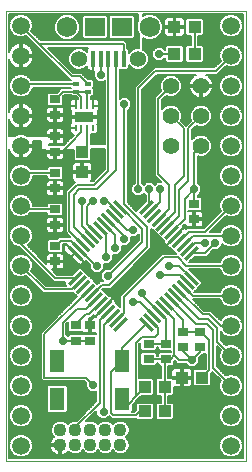
<source format=gtl>
G75*
%MOIN*%
%OFA0B0*%
%FSLAX25Y25*%
%IPPOS*%
%LPD*%
%AMOC8*
5,1,8,0,0,1.08239X$1,22.5*
%
%ADD10C,0.00000*%
%ADD11R,0.01181X0.05906*%
%ADD12R,0.05906X0.01181*%
%ADD13R,0.04331X0.03937*%
%ADD14R,0.05118X0.07480*%
%ADD15R,0.03543X0.02756*%
%ADD16R,0.01575X0.05315*%
%ADD17C,0.05346*%
%ADD18R,0.06890X0.06102*%
%ADD19C,0.06791*%
%ADD20C,0.04362*%
%ADD21C,0.05543*%
%ADD22C,0.05937*%
%ADD23R,0.01102X0.01969*%
%ADD24R,0.06299X0.03543*%
%ADD25R,0.03937X0.04331*%
%ADD26R,0.02165X0.01181*%
%ADD27C,0.00600*%
%ADD28C,0.02900*%
D10*
X0005100Y0005400D02*
X0005100Y0155361D01*
X0085000Y0155361D01*
X0085100Y0005400D01*
X0005100Y0005400D01*
D11*
G36*
X0030618Y0072906D02*
X0029783Y0072071D01*
X0025608Y0076246D01*
X0026443Y0077081D01*
X0030618Y0072906D01*
G37*
G36*
X0032010Y0074298D02*
X0031175Y0073463D01*
X0027000Y0077638D01*
X0027835Y0078473D01*
X0032010Y0074298D01*
G37*
G36*
X0033402Y0075690D02*
X0032567Y0074855D01*
X0028392Y0079030D01*
X0029227Y0079865D01*
X0033402Y0075690D01*
G37*
G36*
X0034794Y0077082D02*
X0033959Y0076247D01*
X0029784Y0080422D01*
X0030619Y0081257D01*
X0034794Y0077082D01*
G37*
G36*
X0036186Y0078474D02*
X0035351Y0077639D01*
X0031176Y0081814D01*
X0032011Y0082649D01*
X0036186Y0078474D01*
G37*
G36*
X0037578Y0079866D02*
X0036743Y0079031D01*
X0032568Y0083206D01*
X0033403Y0084041D01*
X0037578Y0079866D01*
G37*
G36*
X0038969Y0081257D02*
X0038134Y0080422D01*
X0033959Y0084597D01*
X0034794Y0085432D01*
X0038969Y0081257D01*
G37*
G36*
X0040361Y0082649D02*
X0039526Y0081814D01*
X0035351Y0085989D01*
X0036186Y0086824D01*
X0040361Y0082649D01*
G37*
G36*
X0041753Y0084041D02*
X0040918Y0083206D01*
X0036743Y0087381D01*
X0037578Y0088216D01*
X0041753Y0084041D01*
G37*
G36*
X0043145Y0085433D02*
X0042310Y0084598D01*
X0038135Y0088773D01*
X0038970Y0089608D01*
X0043145Y0085433D01*
G37*
G36*
X0044537Y0086825D02*
X0043702Y0085990D01*
X0039527Y0090165D01*
X0040362Y0091000D01*
X0044537Y0086825D01*
G37*
G36*
X0045929Y0088217D02*
X0045094Y0087382D01*
X0040919Y0091557D01*
X0041754Y0092392D01*
X0045929Y0088217D01*
G37*
G36*
X0064024Y0058986D02*
X0063189Y0058151D01*
X0059014Y0062326D01*
X0059849Y0063161D01*
X0064024Y0058986D01*
G37*
G36*
X0065416Y0060378D02*
X0064581Y0059543D01*
X0060406Y0063718D01*
X0061241Y0064553D01*
X0065416Y0060378D01*
G37*
G36*
X0066808Y0061770D02*
X0065973Y0060935D01*
X0061798Y0065110D01*
X0062633Y0065945D01*
X0066808Y0061770D01*
G37*
G36*
X0068200Y0063162D02*
X0067365Y0062327D01*
X0063190Y0066502D01*
X0064025Y0067337D01*
X0068200Y0063162D01*
G37*
G36*
X0069592Y0064554D02*
X0068757Y0063719D01*
X0064582Y0067894D01*
X0065417Y0068729D01*
X0069592Y0064554D01*
G37*
G36*
X0062632Y0057594D02*
X0061797Y0056759D01*
X0057622Y0060934D01*
X0058457Y0061769D01*
X0062632Y0057594D01*
G37*
G36*
X0061241Y0056203D02*
X0060406Y0055368D01*
X0056231Y0059543D01*
X0057066Y0060378D01*
X0061241Y0056203D01*
G37*
G36*
X0059849Y0054811D02*
X0059014Y0053976D01*
X0054839Y0058151D01*
X0055674Y0058986D01*
X0059849Y0054811D01*
G37*
G36*
X0058457Y0053419D02*
X0057622Y0052584D01*
X0053447Y0056759D01*
X0054282Y0057594D01*
X0058457Y0053419D01*
G37*
G36*
X0057065Y0052027D02*
X0056230Y0051192D01*
X0052055Y0055367D01*
X0052890Y0056202D01*
X0057065Y0052027D01*
G37*
G36*
X0055673Y0050635D02*
X0054838Y0049800D01*
X0050663Y0053975D01*
X0051498Y0054810D01*
X0055673Y0050635D01*
G37*
G36*
X0054281Y0049243D02*
X0053446Y0048408D01*
X0049271Y0052583D01*
X0050106Y0053418D01*
X0054281Y0049243D01*
G37*
D12*
G36*
X0045929Y0052583D02*
X0041754Y0048408D01*
X0040919Y0049243D01*
X0045094Y0053418D01*
X0045929Y0052583D01*
G37*
G36*
X0044537Y0053975D02*
X0040362Y0049800D01*
X0039527Y0050635D01*
X0043702Y0054810D01*
X0044537Y0053975D01*
G37*
G36*
X0043145Y0055367D02*
X0038970Y0051192D01*
X0038135Y0052027D01*
X0042310Y0056202D01*
X0043145Y0055367D01*
G37*
G36*
X0041753Y0056759D02*
X0037578Y0052584D01*
X0036743Y0053419D01*
X0040918Y0057594D01*
X0041753Y0056759D01*
G37*
G36*
X0040361Y0058151D02*
X0036186Y0053976D01*
X0035351Y0054811D01*
X0039526Y0058986D01*
X0040361Y0058151D01*
G37*
G36*
X0038969Y0059543D02*
X0034794Y0055368D01*
X0033959Y0056203D01*
X0038134Y0060378D01*
X0038969Y0059543D01*
G37*
G36*
X0037578Y0060934D02*
X0033403Y0056759D01*
X0032568Y0057594D01*
X0036743Y0061769D01*
X0037578Y0060934D01*
G37*
G36*
X0036186Y0062326D02*
X0032011Y0058151D01*
X0031176Y0058986D01*
X0035351Y0063161D01*
X0036186Y0062326D01*
G37*
G36*
X0034794Y0063718D02*
X0030619Y0059543D01*
X0029784Y0060378D01*
X0033959Y0064553D01*
X0034794Y0063718D01*
G37*
G36*
X0033402Y0065110D02*
X0029227Y0060935D01*
X0028392Y0061770D01*
X0032567Y0065945D01*
X0033402Y0065110D01*
G37*
G36*
X0032010Y0066502D02*
X0027835Y0062327D01*
X0027000Y0063162D01*
X0031175Y0067337D01*
X0032010Y0066502D01*
G37*
G36*
X0030618Y0067894D02*
X0026443Y0063719D01*
X0025608Y0064554D01*
X0029783Y0068729D01*
X0030618Y0067894D01*
G37*
G36*
X0054281Y0091557D02*
X0050106Y0087382D01*
X0049271Y0088217D01*
X0053446Y0092392D01*
X0054281Y0091557D01*
G37*
G36*
X0055673Y0090165D02*
X0051498Y0085990D01*
X0050663Y0086825D01*
X0054838Y0091000D01*
X0055673Y0090165D01*
G37*
G36*
X0057065Y0088773D02*
X0052890Y0084598D01*
X0052055Y0085433D01*
X0056230Y0089608D01*
X0057065Y0088773D01*
G37*
G36*
X0058457Y0087381D02*
X0054282Y0083206D01*
X0053447Y0084041D01*
X0057622Y0088216D01*
X0058457Y0087381D01*
G37*
G36*
X0059849Y0085989D02*
X0055674Y0081814D01*
X0054839Y0082649D01*
X0059014Y0086824D01*
X0059849Y0085989D01*
G37*
G36*
X0061241Y0084597D02*
X0057066Y0080422D01*
X0056231Y0081257D01*
X0060406Y0085432D01*
X0061241Y0084597D01*
G37*
G36*
X0062632Y0083206D02*
X0058457Y0079031D01*
X0057622Y0079866D01*
X0061797Y0084041D01*
X0062632Y0083206D01*
G37*
G36*
X0064024Y0081814D02*
X0059849Y0077639D01*
X0059014Y0078474D01*
X0063189Y0082649D01*
X0064024Y0081814D01*
G37*
G36*
X0065416Y0080422D02*
X0061241Y0076247D01*
X0060406Y0077082D01*
X0064581Y0081257D01*
X0065416Y0080422D01*
G37*
G36*
X0066808Y0079030D02*
X0062633Y0074855D01*
X0061798Y0075690D01*
X0065973Y0079865D01*
X0066808Y0079030D01*
G37*
G36*
X0068200Y0077638D02*
X0064025Y0073463D01*
X0063190Y0074298D01*
X0067365Y0078473D01*
X0068200Y0077638D01*
G37*
G36*
X0069592Y0076246D02*
X0065417Y0072071D01*
X0064582Y0072906D01*
X0068757Y0077081D01*
X0069592Y0076246D01*
G37*
D13*
X0070346Y0033100D03*
X0063654Y0033100D03*
X0058046Y0030000D03*
X0058046Y0021900D03*
X0051354Y0021900D03*
X0051354Y0030000D03*
X0061254Y0141000D03*
X0061254Y0150000D03*
X0067946Y0150000D03*
X0067946Y0141000D03*
D14*
X0043827Y0038599D03*
X0043827Y0026001D03*
X0022173Y0026001D03*
X0022173Y0038599D03*
D15*
X0028500Y0045441D03*
X0028500Y0050559D03*
X0033200Y0050559D03*
X0033200Y0045441D03*
X0021500Y0071841D03*
X0021500Y0076959D03*
X0021500Y0084041D03*
X0021500Y0089159D03*
X0021500Y0096241D03*
X0021500Y0101359D03*
X0021500Y0108441D03*
X0021500Y0113559D03*
X0021500Y0120741D03*
X0021500Y0125859D03*
X0064100Y0048459D03*
X0064100Y0043341D03*
X0069700Y0043341D03*
X0069700Y0048459D03*
X0058500Y0044359D03*
X0058500Y0039241D03*
X0052600Y0039241D03*
X0052600Y0044359D03*
X0067800Y0085941D03*
X0067800Y0091059D03*
D16*
X0044318Y0139370D03*
X0041759Y0139370D03*
X0039200Y0139370D03*
X0036641Y0139370D03*
X0034082Y0139370D03*
D17*
X0029357Y0139370D03*
X0049043Y0139370D03*
D18*
X0043629Y0150000D03*
X0034771Y0150000D03*
D19*
X0025420Y0150000D03*
X0052980Y0150000D03*
D20*
X0043200Y0015700D03*
X0043200Y0010700D03*
X0038200Y0010700D03*
X0038200Y0015700D03*
X0033200Y0015700D03*
X0033200Y0010700D03*
X0028200Y0010700D03*
X0028200Y0015700D03*
X0023200Y0015700D03*
X0023200Y0010700D03*
D21*
X0060100Y0110400D03*
X0060100Y0120400D03*
X0060100Y0130400D03*
X0070100Y0130400D03*
X0070100Y0120400D03*
X0070100Y0110400D03*
D22*
X0080100Y0110400D03*
X0080100Y0100400D03*
X0080100Y0090400D03*
X0080100Y0080400D03*
X0080100Y0070400D03*
X0080100Y0060400D03*
X0080100Y0050400D03*
X0080100Y0040400D03*
X0080100Y0030400D03*
X0080100Y0020400D03*
X0080100Y0010400D03*
X0080100Y0120400D03*
X0080100Y0130400D03*
X0080100Y0140400D03*
X0080100Y0150400D03*
X0010100Y0150400D03*
X0010100Y0140400D03*
X0010100Y0130400D03*
X0010100Y0120400D03*
X0010100Y0110400D03*
X0010100Y0100400D03*
X0010100Y0090400D03*
X0010100Y0080400D03*
X0010100Y0070400D03*
X0010100Y0060400D03*
X0010100Y0050400D03*
X0010100Y0040400D03*
X0010100Y0030400D03*
X0010100Y0020400D03*
X0010100Y0010400D03*
D23*
X0028294Y0116320D03*
X0030263Y0116320D03*
X0032231Y0116320D03*
X0034200Y0116320D03*
X0034200Y0123800D03*
X0032231Y0123800D03*
X0030263Y0123800D03*
X0028294Y0123800D03*
D24*
X0031247Y0120060D03*
D25*
X0030500Y0108346D03*
X0030500Y0101654D03*
D26*
X0032300Y0128441D03*
X0032300Y0131000D03*
X0028500Y0131000D03*
X0028500Y0128441D03*
D27*
X0030263Y0126678D01*
X0030263Y0123800D01*
X0028295Y0123800D02*
X0028295Y0126084D01*
X0029017Y0126084D01*
X0029063Y0126072D01*
X0029063Y0126181D01*
X0028293Y0126950D01*
X0027045Y0126950D01*
X0026754Y0127241D01*
X0024579Y0127241D01*
X0024172Y0126834D01*
X0024172Y0124108D01*
X0023644Y0123581D01*
X0019356Y0123581D01*
X0018828Y0124108D01*
X0018828Y0127610D01*
X0019356Y0128137D01*
X0022081Y0128137D01*
X0023585Y0129641D01*
X0026754Y0129641D01*
X0026834Y0129720D01*
X0026754Y0129800D01*
X0013968Y0129800D01*
X0013968Y0129630D01*
X0013380Y0128209D01*
X0012291Y0127120D01*
X0010869Y0126531D01*
X0009330Y0126531D01*
X0007909Y0127120D01*
X0006820Y0128209D01*
X0006231Y0129630D01*
X0006231Y0131169D01*
X0006820Y0132591D01*
X0007909Y0133680D01*
X0009330Y0134268D01*
X0010869Y0134268D01*
X0012291Y0133680D01*
X0013380Y0132591D01*
X0013542Y0132200D01*
X0026754Y0132200D01*
X0026854Y0132300D01*
X0026503Y0132300D01*
X0025800Y0133003D01*
X0015000Y0143803D01*
X0011861Y0146942D01*
X0010869Y0146531D01*
X0009330Y0146531D01*
X0007909Y0147120D01*
X0006820Y0148209D01*
X0006231Y0149630D01*
X0006231Y0151169D01*
X0006820Y0152591D01*
X0007909Y0153680D01*
X0009330Y0154268D01*
X0010869Y0154268D01*
X0012291Y0153680D01*
X0013380Y0152591D01*
X0013968Y0151169D01*
X0013968Y0149630D01*
X0013558Y0148639D01*
X0016697Y0145500D01*
X0044815Y0145500D01*
X0045518Y0144797D01*
X0045518Y0142888D01*
X0046005Y0142400D01*
X0046005Y0141375D01*
X0046013Y0141394D01*
X0047018Y0142399D01*
X0048332Y0142943D01*
X0049298Y0142943D01*
X0049270Y0147730D01*
X0048684Y0149146D01*
X0048684Y0150854D01*
X0049244Y0152206D01*
X0049231Y0154461D01*
X0006000Y0154461D01*
X0006000Y0141595D01*
X0006144Y0142039D01*
X0006449Y0142637D01*
X0006844Y0143181D01*
X0007319Y0143656D01*
X0007863Y0144051D01*
X0008461Y0144356D01*
X0009100Y0144563D01*
X0009764Y0144668D01*
X0009800Y0144668D01*
X0009800Y0140700D01*
X0010400Y0140700D01*
X0010400Y0144668D01*
X0010436Y0144668D01*
X0011100Y0144563D01*
X0011739Y0144356D01*
X0012337Y0144051D01*
X0012881Y0143656D01*
X0013356Y0143181D01*
X0013751Y0142637D01*
X0014056Y0142039D01*
X0014263Y0141400D01*
X0014368Y0140736D01*
X0014368Y0140700D01*
X0010400Y0140700D01*
X0010400Y0140100D01*
X0014368Y0140100D01*
X0014368Y0140064D01*
X0014263Y0139400D01*
X0014056Y0138761D01*
X0013751Y0138163D01*
X0013356Y0137619D01*
X0012881Y0137144D01*
X0012337Y0136749D01*
X0011739Y0136444D01*
X0011100Y0136237D01*
X0010436Y0136131D01*
X0010400Y0136131D01*
X0010400Y0140100D01*
X0009800Y0140100D01*
X0009800Y0136131D01*
X0009764Y0136131D01*
X0009100Y0136237D01*
X0008461Y0136444D01*
X0007863Y0136749D01*
X0007319Y0137144D01*
X0006844Y0137619D01*
X0006449Y0138163D01*
X0006144Y0138761D01*
X0006000Y0139205D01*
X0006000Y0121595D01*
X0006144Y0122039D01*
X0006449Y0122637D01*
X0006844Y0123181D01*
X0007319Y0123656D01*
X0007863Y0124051D01*
X0008461Y0124356D01*
X0009100Y0124563D01*
X0009764Y0124668D01*
X0009800Y0124668D01*
X0009800Y0120700D01*
X0010400Y0120700D01*
X0010400Y0124668D01*
X0010436Y0124668D01*
X0011100Y0124563D01*
X0011739Y0124356D01*
X0012337Y0124051D01*
X0012881Y0123656D01*
X0013356Y0123181D01*
X0013751Y0122637D01*
X0014056Y0122039D01*
X0014263Y0121400D01*
X0014368Y0120736D01*
X0014368Y0120700D01*
X0010400Y0120700D01*
X0010400Y0120100D01*
X0014368Y0120100D01*
X0014368Y0120064D01*
X0014263Y0119400D01*
X0014056Y0118761D01*
X0013751Y0118163D01*
X0013356Y0117619D01*
X0012881Y0117144D01*
X0012337Y0116749D01*
X0011739Y0116444D01*
X0011100Y0116237D01*
X0010436Y0116131D01*
X0010400Y0116131D01*
X0010400Y0120100D01*
X0009800Y0120100D01*
X0009800Y0116131D01*
X0009764Y0116131D01*
X0009100Y0116237D01*
X0008461Y0116444D01*
X0007863Y0116749D01*
X0007319Y0117144D01*
X0006844Y0117619D01*
X0006449Y0118163D01*
X0006144Y0118761D01*
X0006000Y0119205D01*
X0006000Y0113726D01*
X0008049Y0113737D01*
X0009330Y0114268D01*
X0010869Y0114268D01*
X0012097Y0113760D01*
X0019300Y0113800D01*
X0019317Y0113259D01*
X0021200Y0113259D01*
X0021800Y0113259D01*
X0021800Y0110881D01*
X0023443Y0110881D01*
X0023773Y0110970D01*
X0024070Y0111141D01*
X0024312Y0111383D01*
X0024483Y0111679D01*
X0024572Y0112010D01*
X0024572Y0113259D01*
X0021800Y0113259D01*
X0021800Y0113859D01*
X0024572Y0113859D01*
X0024572Y0115108D01*
X0024483Y0115439D01*
X0024312Y0115735D01*
X0024070Y0115977D01*
X0023773Y0116148D01*
X0023443Y0116237D01*
X0021800Y0116237D01*
X0021800Y0113859D01*
X0021200Y0113859D01*
X0021200Y0113259D01*
X0021200Y0110881D01*
X0019557Y0110881D01*
X0019390Y0110926D01*
X0019396Y0110719D01*
X0023644Y0110719D01*
X0023664Y0110700D01*
X0024399Y0110717D01*
X0025855Y0112152D01*
X0027738Y0114035D01*
X0027572Y0114035D01*
X0027242Y0114124D01*
X0026945Y0114295D01*
X0026703Y0114537D01*
X0026532Y0114834D01*
X0026443Y0115164D01*
X0026443Y0116320D01*
X0028294Y0116320D01*
X0028294Y0116320D01*
X0026443Y0116320D01*
X0026443Y0117475D01*
X0026532Y0117806D01*
X0026703Y0118102D01*
X0026798Y0118197D01*
X0026798Y0119760D01*
X0030947Y0119760D01*
X0030947Y0120360D01*
X0026798Y0120360D01*
X0026798Y0121923D01*
X0026703Y0122018D01*
X0026532Y0122314D01*
X0026443Y0122645D01*
X0026443Y0123800D01*
X0028294Y0123800D01*
X0028294Y0123800D01*
X0026443Y0123800D01*
X0026443Y0124955D01*
X0026532Y0125286D01*
X0026703Y0125582D01*
X0026945Y0125824D01*
X0027242Y0125996D01*
X0027572Y0126084D01*
X0028294Y0126084D01*
X0028294Y0123800D01*
X0028295Y0123800D01*
X0028294Y0123905D02*
X0028295Y0123905D01*
X0028294Y0124504D02*
X0028295Y0124504D01*
X0028294Y0125102D02*
X0028295Y0125102D01*
X0028294Y0125701D02*
X0028295Y0125701D01*
X0028945Y0126299D02*
X0024172Y0126299D01*
X0024172Y0125701D02*
X0026821Y0125701D01*
X0026483Y0125102D02*
X0024172Y0125102D01*
X0024172Y0124504D02*
X0026443Y0124504D01*
X0026443Y0123905D02*
X0023969Y0123905D01*
X0023773Y0123330D02*
X0023443Y0123419D01*
X0021800Y0123419D01*
X0021800Y0121041D01*
X0021200Y0121041D01*
X0021200Y0123419D01*
X0019557Y0123419D01*
X0019227Y0123330D01*
X0018930Y0123159D01*
X0018688Y0122917D01*
X0018517Y0122621D01*
X0018428Y0122290D01*
X0018428Y0121041D01*
X0021200Y0121041D01*
X0021200Y0120441D01*
X0018428Y0120441D01*
X0018428Y0119192D01*
X0018517Y0118861D01*
X0018688Y0118565D01*
X0018930Y0118323D01*
X0019227Y0118152D01*
X0019557Y0118063D01*
X0021200Y0118063D01*
X0021200Y0120441D01*
X0021800Y0120441D01*
X0021800Y0121041D01*
X0024572Y0121041D01*
X0024572Y0122290D01*
X0024483Y0122621D01*
X0024312Y0122917D01*
X0024070Y0123159D01*
X0023773Y0123330D01*
X0023814Y0123307D02*
X0026443Y0123307D01*
X0026443Y0122708D02*
X0024433Y0122708D01*
X0024572Y0122110D02*
X0026650Y0122110D01*
X0026798Y0121511D02*
X0024572Y0121511D01*
X0024572Y0120441D02*
X0021800Y0120441D01*
X0021800Y0118063D01*
X0023443Y0118063D01*
X0023773Y0118152D01*
X0024070Y0118323D01*
X0024312Y0118565D01*
X0024483Y0118861D01*
X0024572Y0119192D01*
X0024572Y0120441D01*
X0024572Y0120314D02*
X0030947Y0120314D01*
X0031547Y0120314D02*
X0038000Y0120314D01*
X0038000Y0119716D02*
X0035697Y0119716D01*
X0035697Y0119760D02*
X0031547Y0119760D01*
X0031547Y0120360D01*
X0035697Y0120360D01*
X0035697Y0121923D01*
X0035791Y0122018D01*
X0035963Y0122314D01*
X0036051Y0122645D01*
X0036051Y0123800D01*
X0036051Y0124955D01*
X0035963Y0125286D01*
X0035791Y0125582D01*
X0035549Y0125824D01*
X0035253Y0125996D01*
X0034922Y0126084D01*
X0034200Y0126084D01*
X0033478Y0126084D01*
X0033431Y0126072D01*
X0033431Y0126950D01*
X0033755Y0126950D01*
X0034283Y0127478D01*
X0034283Y0129404D01*
X0033966Y0129720D01*
X0034283Y0130037D01*
X0034283Y0131963D01*
X0033755Y0132491D01*
X0032506Y0132491D01*
X0030297Y0134700D01*
X0027497Y0134700D01*
X0019097Y0143100D01*
X0032552Y0143100D01*
X0032496Y0143068D01*
X0032254Y0142826D01*
X0032083Y0142529D01*
X0031994Y0142199D01*
X0031994Y0141786D01*
X0031382Y0142399D01*
X0030068Y0142943D01*
X0028647Y0142943D01*
X0027333Y0142399D01*
X0026328Y0141394D01*
X0025784Y0140081D01*
X0025784Y0138659D01*
X0026328Y0137346D01*
X0027333Y0136341D01*
X0028647Y0135797D01*
X0030068Y0135797D01*
X0031382Y0136341D01*
X0031994Y0136954D01*
X0031994Y0136541D01*
X0032083Y0136211D01*
X0032254Y0135914D01*
X0032496Y0135672D01*
X0032793Y0135501D01*
X0033123Y0135413D01*
X0033988Y0135413D01*
X0033988Y0139276D01*
X0034176Y0139276D01*
X0034176Y0135413D01*
X0034589Y0135413D01*
X0034291Y0135114D01*
X0034291Y0133168D01*
X0035668Y0131791D01*
X0037614Y0131791D01*
X0038000Y0132177D01*
X0038000Y0111035D01*
X0033431Y0110928D01*
X0033431Y0114435D01*
X0035124Y0114435D01*
X0035651Y0114963D01*
X0035651Y0117677D01*
X0035584Y0117744D01*
X0035608Y0117786D01*
X0035697Y0118117D01*
X0035697Y0119760D01*
X0035697Y0119117D02*
X0038000Y0119117D01*
X0038000Y0118519D02*
X0035697Y0118519D01*
X0035644Y0117920D02*
X0038000Y0117920D01*
X0038000Y0117322D02*
X0035651Y0117322D01*
X0035651Y0116723D02*
X0038000Y0116723D01*
X0038000Y0116125D02*
X0035651Y0116125D01*
X0035651Y0115526D02*
X0038000Y0115526D01*
X0038000Y0114928D02*
X0035616Y0114928D01*
X0033431Y0114329D02*
X0038000Y0114329D01*
X0038000Y0113731D02*
X0033431Y0113731D01*
X0033431Y0113132D02*
X0038000Y0113132D01*
X0038000Y0112534D02*
X0033431Y0112534D01*
X0033431Y0111935D02*
X0038000Y0111935D01*
X0038000Y0111337D02*
X0033431Y0111337D01*
X0032231Y0110078D02*
X0030500Y0108346D01*
X0032231Y0110078D02*
X0032231Y0116320D01*
X0030263Y0116320D02*
X0030263Y0114863D01*
X0026700Y0111300D01*
X0023800Y0108441D01*
X0021500Y0108441D01*
X0021800Y0108344D02*
X0027631Y0108344D01*
X0027631Y0108942D02*
X0024572Y0108942D01*
X0024572Y0109090D02*
X0027631Y0109125D01*
X0027631Y0105808D01*
X0028159Y0105281D01*
X0032841Y0105281D01*
X0033368Y0105808D01*
X0033368Y0109190D01*
X0038000Y0109243D01*
X0038000Y0102497D01*
X0034003Y0098500D01*
X0033319Y0098500D01*
X0033509Y0098690D01*
X0033680Y0098986D01*
X0033768Y0099317D01*
X0033768Y0101354D01*
X0030800Y0101354D01*
X0030800Y0101954D01*
X0030200Y0101954D01*
X0030200Y0105119D01*
X0028360Y0105119D01*
X0028030Y0105030D01*
X0027733Y0104859D01*
X0027491Y0104617D01*
X0027320Y0104321D01*
X0027231Y0103990D01*
X0027231Y0101954D01*
X0030200Y0101954D01*
X0030200Y0101354D01*
X0027231Y0101354D01*
X0027231Y0099317D01*
X0027320Y0098986D01*
X0027491Y0098690D01*
X0027733Y0098448D01*
X0027998Y0098295D01*
X0027500Y0097797D01*
X0025000Y0095297D01*
X0025000Y0081559D01*
X0026559Y0080000D01*
X0022844Y0080000D01*
X0022081Y0079237D01*
X0019356Y0079237D01*
X0018828Y0078710D01*
X0018828Y0075208D01*
X0019356Y0074681D01*
X0023644Y0074681D01*
X0024172Y0075208D01*
X0024172Y0077600D01*
X0025123Y0077600D01*
X0025106Y0077583D01*
X0028113Y0074576D01*
X0031120Y0071569D01*
X0031659Y0072107D01*
X0031662Y0072113D01*
X0033150Y0070625D01*
X0033150Y0069427D01*
X0034527Y0068050D01*
X0036473Y0068050D01*
X0037850Y0069427D01*
X0037850Y0071050D01*
X0039473Y0071050D01*
X0040850Y0072427D01*
X0040850Y0074050D01*
X0042473Y0074050D01*
X0043850Y0075427D01*
X0043850Y0077050D01*
X0045473Y0077050D01*
X0046850Y0078427D01*
X0046850Y0080050D01*
X0048473Y0080050D01*
X0049300Y0080877D01*
X0049300Y0078897D01*
X0039653Y0069250D01*
X0038027Y0069250D01*
X0036650Y0067873D01*
X0036650Y0065927D01*
X0037377Y0065200D01*
X0036527Y0065200D01*
X0035824Y0064497D01*
X0035556Y0064229D01*
X0034332Y0065454D01*
X0034302Y0065454D01*
X0034302Y0065483D01*
X0032940Y0066846D01*
X0032910Y0066846D01*
X0032910Y0066875D01*
X0031548Y0068238D01*
X0031518Y0068238D01*
X0031518Y0068267D01*
X0030156Y0069630D01*
X0029410Y0069630D01*
X0027205Y0067424D01*
X0022073Y0067424D01*
X0020334Y0069163D01*
X0021200Y0069163D01*
X0021200Y0071541D01*
X0018428Y0071541D01*
X0018428Y0071069D01*
X0012334Y0077163D01*
X0013380Y0078209D01*
X0013968Y0079630D01*
X0013968Y0081169D01*
X0013380Y0082591D01*
X0012291Y0083680D01*
X0010869Y0084268D01*
X0009330Y0084268D01*
X0007909Y0083680D01*
X0006820Y0082591D01*
X0006231Y0081169D01*
X0006231Y0079630D01*
X0006820Y0078209D01*
X0007909Y0077120D01*
X0009330Y0076531D01*
X0009571Y0076531D01*
X0020376Y0065727D01*
X0021079Y0065024D01*
X0024805Y0065024D01*
X0024707Y0064927D01*
X0024707Y0064181D01*
X0025188Y0063700D01*
X0018497Y0063700D01*
X0013558Y0068639D01*
X0013968Y0069630D01*
X0013968Y0071169D01*
X0013380Y0072591D01*
X0012291Y0073680D01*
X0010869Y0074268D01*
X0009330Y0074268D01*
X0007909Y0073680D01*
X0006820Y0072591D01*
X0006231Y0071169D01*
X0006231Y0069630D01*
X0006820Y0068209D01*
X0007909Y0067120D01*
X0009330Y0066531D01*
X0010869Y0066531D01*
X0011861Y0066942D01*
X0017503Y0061300D01*
X0027588Y0061300D01*
X0028716Y0060173D01*
X0017303Y0048760D01*
X0016600Y0048057D01*
X0016600Y0032603D01*
X0017303Y0031900D01*
X0031203Y0031900D01*
X0031650Y0031453D01*
X0031650Y0029827D01*
X0033027Y0028450D01*
X0034973Y0028450D01*
X0035200Y0028677D01*
X0035200Y0025197D01*
X0028784Y0018781D01*
X0027587Y0018781D01*
X0026455Y0018312D01*
X0025700Y0017557D01*
X0024945Y0018312D01*
X0023813Y0018781D01*
X0022587Y0018781D01*
X0021455Y0018312D01*
X0020588Y0017445D01*
X0020119Y0016313D01*
X0020119Y0015087D01*
X0020588Y0013955D01*
X0021076Y0013467D01*
X0020981Y0013404D01*
X0020496Y0012919D01*
X0020115Y0012349D01*
X0019853Y0011715D01*
X0019719Y0011043D01*
X0019719Y0010991D01*
X0022909Y0010991D01*
X0022909Y0010409D01*
X0023491Y0010409D01*
X0023491Y0007219D01*
X0023543Y0007219D01*
X0024215Y0007353D01*
X0024849Y0007615D01*
X0025419Y0007996D01*
X0025904Y0008481D01*
X0025967Y0008576D01*
X0026455Y0008088D01*
X0027587Y0007619D01*
X0028813Y0007619D01*
X0029945Y0008088D01*
X0030700Y0008843D01*
X0031455Y0008088D01*
X0032587Y0007619D01*
X0033813Y0007619D01*
X0034945Y0008088D01*
X0035700Y0008843D01*
X0036455Y0008088D01*
X0037587Y0007619D01*
X0038813Y0007619D01*
X0039945Y0008088D01*
X0040700Y0008843D01*
X0041455Y0008088D01*
X0042587Y0007619D01*
X0043813Y0007619D01*
X0044945Y0008088D01*
X0045812Y0008955D01*
X0046281Y0010087D01*
X0046281Y0011313D01*
X0045812Y0012445D01*
X0045057Y0013200D01*
X0045812Y0013955D01*
X0046281Y0015087D01*
X0046281Y0016313D01*
X0045812Y0017445D01*
X0044945Y0018312D01*
X0043813Y0018781D01*
X0042587Y0018781D01*
X0041455Y0018312D01*
X0040700Y0017557D01*
X0039945Y0018312D01*
X0038813Y0018781D01*
X0037587Y0018781D01*
X0036455Y0018312D01*
X0035700Y0017557D01*
X0034945Y0018312D01*
X0033813Y0018781D01*
X0032587Y0018781D01*
X0031889Y0018492D01*
X0035250Y0021853D01*
X0035250Y0020727D01*
X0036627Y0019350D01*
X0038573Y0019350D01*
X0039513Y0020290D01*
X0039700Y0020103D01*
X0040403Y0019400D01*
X0048447Y0019400D01*
X0048815Y0019031D01*
X0053892Y0019031D01*
X0054419Y0019559D01*
X0054419Y0024241D01*
X0053892Y0024768D01*
X0048815Y0024768D01*
X0048288Y0024241D01*
X0048288Y0022285D01*
X0047803Y0021800D01*
X0047198Y0021800D01*
X0047286Y0021888D01*
X0047286Y0024053D01*
X0048816Y0025640D01*
X0048816Y0025640D01*
X0049154Y0025990D01*
X0049498Y0026334D01*
X0049498Y0026347D01*
X0050255Y0027131D01*
X0053892Y0027131D01*
X0054419Y0027659D01*
X0054419Y0032341D01*
X0053892Y0032868D01*
X0049498Y0032868D01*
X0049498Y0044201D01*
X0049928Y0044631D01*
X0049928Y0042608D01*
X0050456Y0042081D01*
X0054744Y0042081D01*
X0055272Y0042608D01*
X0055272Y0043159D01*
X0055828Y0043159D01*
X0055828Y0042608D01*
X0056356Y0042081D01*
X0060000Y0042081D01*
X0060000Y0041519D01*
X0056356Y0041519D01*
X0055828Y0040992D01*
X0055828Y0040441D01*
X0055272Y0040441D01*
X0055272Y0040992D01*
X0054744Y0041519D01*
X0050456Y0041519D01*
X0049928Y0040992D01*
X0049928Y0037490D01*
X0050456Y0036963D01*
X0054744Y0036963D01*
X0055272Y0037490D01*
X0055272Y0038041D01*
X0055828Y0038041D01*
X0055828Y0037490D01*
X0056356Y0036963D01*
X0056846Y0036963D01*
X0056846Y0032868D01*
X0055508Y0032868D01*
X0054981Y0032341D01*
X0054981Y0027659D01*
X0055508Y0027131D01*
X0056846Y0027131D01*
X0056846Y0024768D01*
X0055508Y0024768D01*
X0054981Y0024241D01*
X0054981Y0019559D01*
X0055508Y0019031D01*
X0060585Y0019031D01*
X0061112Y0019559D01*
X0061112Y0024241D01*
X0060585Y0024768D01*
X0059246Y0024768D01*
X0059246Y0027131D01*
X0060585Y0027131D01*
X0061112Y0027659D01*
X0061112Y0029886D01*
X0061317Y0029831D01*
X0063354Y0029831D01*
X0063354Y0032800D01*
X0063954Y0032800D01*
X0063954Y0033400D01*
X0067119Y0033400D01*
X0067119Y0035240D01*
X0067030Y0035570D01*
X0066859Y0035867D01*
X0066617Y0036109D01*
X0066321Y0036280D01*
X0065990Y0036368D01*
X0063954Y0036368D01*
X0063954Y0033400D01*
X0063354Y0033400D01*
X0063354Y0036368D01*
X0061317Y0036368D01*
X0060986Y0036280D01*
X0060690Y0036109D01*
X0060448Y0035867D01*
X0060277Y0035570D01*
X0060188Y0035240D01*
X0060188Y0033400D01*
X0063353Y0033400D01*
X0063353Y0032800D01*
X0060653Y0032800D01*
X0060585Y0032868D01*
X0059246Y0032868D01*
X0059246Y0036963D01*
X0060644Y0036963D01*
X0061172Y0037490D01*
X0061172Y0038775D01*
X0061200Y0038803D01*
X0061500Y0038503D01*
X0062203Y0037800D01*
X0064977Y0037800D01*
X0066127Y0036650D01*
X0068073Y0036650D01*
X0069450Y0038027D01*
X0069450Y0039653D01*
X0070497Y0040700D01*
X0070497Y0040700D01*
X0070860Y0041063D01*
X0071600Y0041063D01*
X0071600Y0036051D01*
X0071518Y0035968D01*
X0067808Y0035968D01*
X0067281Y0035441D01*
X0067281Y0030759D01*
X0067808Y0030231D01*
X0072885Y0030231D01*
X0073412Y0030759D01*
X0073412Y0034468D01*
X0073873Y0034930D01*
X0076642Y0032161D01*
X0076231Y0031169D01*
X0076231Y0029630D01*
X0076820Y0028209D01*
X0077909Y0027120D01*
X0079330Y0026531D01*
X0080869Y0026531D01*
X0082291Y0027120D01*
X0083380Y0028209D01*
X0083968Y0029630D01*
X0083968Y0031169D01*
X0083380Y0032591D01*
X0082291Y0033680D01*
X0080869Y0034268D01*
X0079330Y0034268D01*
X0078339Y0033858D01*
X0075300Y0036897D01*
X0075300Y0043503D01*
X0076642Y0042161D01*
X0076231Y0041169D01*
X0076231Y0039630D01*
X0076820Y0038209D01*
X0077909Y0037120D01*
X0079330Y0036531D01*
X0080869Y0036531D01*
X0082291Y0037120D01*
X0083380Y0038209D01*
X0083968Y0039630D01*
X0083968Y0041169D01*
X0083380Y0042591D01*
X0082291Y0043680D01*
X0080869Y0044268D01*
X0079330Y0044268D01*
X0078339Y0043858D01*
X0076700Y0045497D01*
X0076700Y0048499D01*
X0076820Y0048209D01*
X0077909Y0047120D01*
X0079330Y0046531D01*
X0080869Y0046531D01*
X0082291Y0047120D01*
X0083380Y0048209D01*
X0083968Y0049630D01*
X0083968Y0051169D01*
X0083380Y0052591D01*
X0082291Y0053680D01*
X0080869Y0054268D01*
X0079330Y0054268D01*
X0077909Y0053680D01*
X0076820Y0052591D01*
X0076640Y0052157D01*
X0074100Y0054697D01*
X0073397Y0055400D01*
X0071257Y0055400D01*
X0067457Y0059200D01*
X0076410Y0059200D01*
X0076820Y0058209D01*
X0077909Y0057120D01*
X0079330Y0056531D01*
X0080869Y0056531D01*
X0082291Y0057120D01*
X0083380Y0058209D01*
X0083968Y0059630D01*
X0083968Y0061169D01*
X0083380Y0062591D01*
X0082291Y0063680D01*
X0080869Y0064268D01*
X0079330Y0064268D01*
X0077909Y0063680D01*
X0076820Y0062591D01*
X0076410Y0061600D01*
X0067912Y0061600D01*
X0069101Y0062789D01*
X0069101Y0062819D01*
X0069130Y0062819D01*
X0070493Y0064181D01*
X0070493Y0064927D01*
X0066219Y0069200D01*
X0076410Y0069200D01*
X0076820Y0068209D01*
X0077909Y0067120D01*
X0079330Y0066531D01*
X0080869Y0066531D01*
X0082291Y0067120D01*
X0083380Y0068209D01*
X0083968Y0069630D01*
X0083968Y0071169D01*
X0083380Y0072591D01*
X0082291Y0073680D01*
X0080869Y0074268D01*
X0079330Y0074268D01*
X0077909Y0073680D01*
X0076820Y0072591D01*
X0076410Y0071600D01*
X0066219Y0071600D01*
X0067995Y0073376D01*
X0072073Y0073376D01*
X0074247Y0075550D01*
X0075873Y0075550D01*
X0077250Y0076927D01*
X0077250Y0077779D01*
X0077909Y0077120D01*
X0079330Y0076531D01*
X0080869Y0076531D01*
X0082291Y0077120D01*
X0083380Y0078209D01*
X0083968Y0079630D01*
X0083968Y0081169D01*
X0083380Y0082591D01*
X0082291Y0083680D01*
X0080869Y0084268D01*
X0079330Y0084268D01*
X0077909Y0083680D01*
X0076820Y0082591D01*
X0076410Y0081600D01*
X0072997Y0081600D01*
X0078339Y0086942D01*
X0079330Y0086531D01*
X0080869Y0086531D01*
X0082291Y0087120D01*
X0083380Y0088209D01*
X0083968Y0089630D01*
X0083968Y0091169D01*
X0083380Y0092591D01*
X0082291Y0093680D01*
X0080869Y0094268D01*
X0079330Y0094268D01*
X0077909Y0093680D01*
X0076820Y0092591D01*
X0076231Y0091169D01*
X0076231Y0089630D01*
X0076642Y0088639D01*
X0071003Y0083000D01*
X0065463Y0083000D01*
X0065069Y0082606D01*
X0065065Y0082612D01*
X0064527Y0083151D01*
X0061520Y0080144D01*
X0061519Y0080144D01*
X0061519Y0080143D01*
X0058512Y0077136D01*
X0059051Y0076598D01*
X0059347Y0076427D01*
X0059678Y0076338D01*
X0059876Y0076338D01*
X0060868Y0075346D01*
X0060898Y0075346D01*
X0060898Y0075317D01*
X0061814Y0074400D01*
X0057103Y0074400D01*
X0056400Y0073697D01*
X0043100Y0060397D01*
X0043100Y0056686D01*
X0042683Y0057102D01*
X0042654Y0057102D01*
X0042654Y0057132D01*
X0041662Y0058124D01*
X0041662Y0058322D01*
X0041573Y0058653D01*
X0041402Y0058949D01*
X0040864Y0059488D01*
X0037857Y0056481D01*
X0037856Y0056481D01*
X0040863Y0059488D01*
X0040325Y0060026D01*
X0040028Y0060197D01*
X0039698Y0060286D01*
X0039500Y0060286D01*
X0038508Y0061278D01*
X0038478Y0061278D01*
X0038478Y0061308D01*
X0037253Y0062532D01*
X0037521Y0062800D01*
X0039997Y0062800D01*
X0052697Y0075500D01*
X0053400Y0076203D01*
X0053400Y0082814D01*
X0053909Y0082306D01*
X0053938Y0082306D01*
X0053938Y0082276D01*
X0055300Y0080914D01*
X0055330Y0080914D01*
X0055330Y0080884D01*
X0056692Y0079522D01*
X0056722Y0079522D01*
X0056722Y0079492D01*
X0057714Y0078500D01*
X0057714Y0078302D01*
X0057803Y0077971D01*
X0057974Y0077675D01*
X0058512Y0077136D01*
X0061519Y0080144D01*
X0064527Y0083151D01*
X0063988Y0083689D01*
X0063982Y0083693D01*
X0064728Y0084439D01*
X0064728Y0084392D01*
X0064817Y0084061D01*
X0064988Y0083765D01*
X0065230Y0083523D01*
X0065527Y0083352D01*
X0065857Y0083263D01*
X0067500Y0083263D01*
X0067500Y0085641D01*
X0068100Y0085641D01*
X0068100Y0086241D01*
X0067500Y0086241D01*
X0067500Y0088619D01*
X0065857Y0088619D01*
X0065800Y0088604D01*
X0065800Y0088781D01*
X0069944Y0088781D01*
X0070472Y0089308D01*
X0070472Y0092810D01*
X0069944Y0093337D01*
X0069000Y0093337D01*
X0069000Y0093777D01*
X0070150Y0094927D01*
X0070150Y0096873D01*
X0069000Y0098023D01*
X0069000Y0106881D01*
X0069370Y0106728D01*
X0070830Y0106728D01*
X0072180Y0107287D01*
X0073213Y0108320D01*
X0073772Y0109670D01*
X0073772Y0111130D01*
X0073213Y0112480D01*
X0072180Y0113513D01*
X0070830Y0114072D01*
X0069370Y0114072D01*
X0068020Y0113513D01*
X0067100Y0112592D01*
X0067100Y0115703D01*
X0068490Y0117093D01*
X0069370Y0116728D01*
X0070830Y0116728D01*
X0072180Y0117287D01*
X0073213Y0118320D01*
X0073772Y0119670D01*
X0073772Y0121130D01*
X0073213Y0122480D01*
X0072180Y0123513D01*
X0070830Y0124072D01*
X0069370Y0124072D01*
X0068020Y0123513D01*
X0066987Y0122480D01*
X0066428Y0121130D01*
X0066428Y0119670D01*
X0066793Y0118790D01*
X0065100Y0117097D01*
X0063407Y0118790D01*
X0063772Y0119670D01*
X0063772Y0121130D01*
X0063213Y0122480D01*
X0062180Y0123513D01*
X0060830Y0124072D01*
X0059370Y0124072D01*
X0058020Y0123513D01*
X0057000Y0122492D01*
X0057000Y0125603D01*
X0058490Y0127093D01*
X0059370Y0126728D01*
X0060830Y0126728D01*
X0062180Y0127287D01*
X0063213Y0128320D01*
X0063772Y0129670D01*
X0063772Y0131130D01*
X0063213Y0132480D01*
X0062180Y0133513D01*
X0060830Y0134072D01*
X0059370Y0134072D01*
X0058020Y0133513D01*
X0056987Y0132480D01*
X0056428Y0131130D01*
X0056428Y0129670D01*
X0056793Y0128790D01*
X0054600Y0126597D01*
X0054600Y0100403D01*
X0055303Y0099700D01*
X0056753Y0098250D01*
X0055427Y0098250D01*
X0054600Y0097423D01*
X0053773Y0098250D01*
X0051827Y0098250D01*
X0051000Y0097423D01*
X0050400Y0098023D01*
X0050400Y0129103D01*
X0055397Y0134100D01*
X0068393Y0134100D01*
X0067966Y0133882D01*
X0067447Y0133506D01*
X0066994Y0133052D01*
X0066618Y0132534D01*
X0066327Y0131963D01*
X0066129Y0131353D01*
X0066028Y0130720D01*
X0066028Y0130700D01*
X0069800Y0130700D01*
X0069800Y0130100D01*
X0070400Y0130100D01*
X0070400Y0130700D01*
X0074172Y0130700D01*
X0074172Y0130720D01*
X0074071Y0131353D01*
X0073873Y0131963D01*
X0073582Y0132534D01*
X0073206Y0133052D01*
X0072752Y0133506D01*
X0072234Y0133882D01*
X0071807Y0134100D01*
X0075497Y0134100D01*
X0078339Y0136942D01*
X0079330Y0136531D01*
X0080869Y0136531D01*
X0082291Y0137120D01*
X0083380Y0138209D01*
X0083968Y0139630D01*
X0083968Y0141169D01*
X0083380Y0142591D01*
X0082291Y0143680D01*
X0080869Y0144268D01*
X0079330Y0144268D01*
X0077909Y0143680D01*
X0076820Y0142591D01*
X0076231Y0141169D01*
X0076231Y0139630D01*
X0076642Y0138639D01*
X0074503Y0136500D01*
X0054403Y0136500D01*
X0053700Y0135797D01*
X0048000Y0130097D01*
X0048000Y0098023D01*
X0046850Y0096873D01*
X0046850Y0094927D01*
X0048227Y0093550D01*
X0050173Y0093550D01*
X0051000Y0094377D01*
X0051600Y0093777D01*
X0051600Y0091819D01*
X0048489Y0088708D01*
X0045700Y0091497D01*
X0045700Y0122077D01*
X0046850Y0123227D01*
X0046850Y0125173D01*
X0045473Y0126550D01*
X0043527Y0126550D01*
X0042959Y0125982D01*
X0042959Y0135852D01*
X0043039Y0135932D01*
X0043158Y0135813D01*
X0045478Y0135813D01*
X0046005Y0136340D01*
X0046005Y0137365D01*
X0046013Y0137346D01*
X0047018Y0136341D01*
X0048332Y0135797D01*
X0049753Y0135797D01*
X0051067Y0136341D01*
X0052072Y0137346D01*
X0052616Y0138659D01*
X0052616Y0140081D01*
X0052072Y0141394D01*
X0051067Y0142399D01*
X0050778Y0142519D01*
X0050761Y0146269D01*
X0052125Y0145704D01*
X0053834Y0145704D01*
X0055413Y0146358D01*
X0056621Y0147567D01*
X0057275Y0149146D01*
X0057275Y0150854D01*
X0056621Y0152433D01*
X0055413Y0153642D01*
X0053834Y0154296D01*
X0052125Y0154296D01*
X0050726Y0153716D01*
X0050723Y0154461D01*
X0084101Y0154461D01*
X0084199Y0006300D01*
X0006000Y0006300D01*
X0006000Y0109205D01*
X0006144Y0108761D01*
X0006449Y0108163D01*
X0006844Y0107619D01*
X0007319Y0107144D01*
X0007863Y0106749D01*
X0008461Y0106444D01*
X0009100Y0106237D01*
X0009764Y0106131D01*
X0009800Y0106131D01*
X0009800Y0110100D01*
X0010400Y0110100D01*
X0010400Y0110700D01*
X0014368Y0110700D01*
X0014368Y0110736D01*
X0014263Y0111400D01*
X0014074Y0111982D01*
X0016800Y0112000D01*
X0016700Y0109000D01*
X0018428Y0109020D01*
X0018428Y0108741D01*
X0021200Y0108741D01*
X0021200Y0108141D01*
X0018428Y0108141D01*
X0018428Y0106892D01*
X0018517Y0106561D01*
X0018688Y0106265D01*
X0018930Y0106023D01*
X0019227Y0105852D01*
X0019557Y0105763D01*
X0021200Y0105763D01*
X0021200Y0108141D01*
X0021800Y0108141D01*
X0021800Y0108741D01*
X0024572Y0108741D01*
X0024572Y0109090D01*
X0024572Y0108141D02*
X0021800Y0108141D01*
X0021800Y0105763D01*
X0023443Y0105763D01*
X0023773Y0105852D01*
X0024070Y0106023D01*
X0024312Y0106265D01*
X0024483Y0106561D01*
X0024572Y0106892D01*
X0024572Y0108141D01*
X0024572Y0107745D02*
X0027631Y0107745D01*
X0027631Y0107147D02*
X0024572Y0107147D01*
X0024476Y0106548D02*
X0027631Y0106548D01*
X0027631Y0105950D02*
X0023944Y0105950D01*
X0021800Y0105950D02*
X0021200Y0105950D01*
X0021200Y0106548D02*
X0021800Y0106548D01*
X0021800Y0107147D02*
X0021200Y0107147D01*
X0021200Y0107745D02*
X0021800Y0107745D01*
X0021200Y0108344D02*
X0013843Y0108344D01*
X0013751Y0108163D02*
X0014056Y0108761D01*
X0014263Y0109400D01*
X0014368Y0110064D01*
X0014368Y0110100D01*
X0010400Y0110100D01*
X0010400Y0106131D01*
X0010436Y0106131D01*
X0011100Y0106237D01*
X0011739Y0106444D01*
X0012337Y0106749D01*
X0012881Y0107144D01*
X0013356Y0107619D01*
X0013751Y0108163D01*
X0013447Y0107745D02*
X0018428Y0107745D01*
X0018428Y0107147D02*
X0012883Y0107147D01*
X0011943Y0106548D02*
X0018524Y0106548D01*
X0019056Y0105950D02*
X0006000Y0105950D01*
X0006000Y0106548D02*
X0008257Y0106548D01*
X0007316Y0107147D02*
X0006000Y0107147D01*
X0006000Y0107745D02*
X0006752Y0107745D01*
X0006357Y0108344D02*
X0006000Y0108344D01*
X0006000Y0108942D02*
X0006085Y0108942D01*
X0006000Y0105351D02*
X0028088Y0105351D01*
X0027627Y0104753D02*
X0006000Y0104753D01*
X0006000Y0104154D02*
X0009055Y0104154D01*
X0009330Y0104268D02*
X0007909Y0103680D01*
X0006820Y0102591D01*
X0006231Y0101169D01*
X0006231Y0099630D01*
X0006820Y0098209D01*
X0007909Y0097120D01*
X0009330Y0096531D01*
X0010869Y0096531D01*
X0012291Y0097120D01*
X0013380Y0098209D01*
X0013968Y0099630D01*
X0013968Y0100159D01*
X0018828Y0100159D01*
X0018828Y0099608D01*
X0019356Y0099081D01*
X0023644Y0099081D01*
X0024172Y0099608D01*
X0024172Y0103110D01*
X0023644Y0103637D01*
X0019356Y0103637D01*
X0018828Y0103110D01*
X0018828Y0102559D01*
X0013393Y0102559D01*
X0013380Y0102591D01*
X0012291Y0103680D01*
X0010869Y0104268D01*
X0009330Y0104268D01*
X0009800Y0106548D02*
X0010400Y0106548D01*
X0010400Y0107147D02*
X0009800Y0107147D01*
X0009800Y0107745D02*
X0010400Y0107745D01*
X0010400Y0108344D02*
X0009800Y0108344D01*
X0009800Y0108942D02*
X0010400Y0108942D01*
X0010400Y0109541D02*
X0009800Y0109541D01*
X0010400Y0110139D02*
X0016738Y0110139D01*
X0016718Y0109541D02*
X0014286Y0109541D01*
X0014115Y0108942D02*
X0018428Y0108942D01*
X0019396Y0110738D02*
X0024421Y0110738D01*
X0024266Y0111337D02*
X0025028Y0111337D01*
X0024552Y0111935D02*
X0025635Y0111935D01*
X0026236Y0112534D02*
X0024572Y0112534D01*
X0024572Y0113132D02*
X0026835Y0113132D01*
X0027434Y0113731D02*
X0021800Y0113731D01*
X0021800Y0114329D02*
X0021200Y0114329D01*
X0021200Y0113859D02*
X0021200Y0116237D01*
X0019557Y0116237D01*
X0019227Y0116148D01*
X0018930Y0115977D01*
X0018688Y0115735D01*
X0018517Y0115439D01*
X0018428Y0115108D01*
X0018428Y0113859D01*
X0021200Y0113859D01*
X0021200Y0113731D02*
X0019302Y0113731D01*
X0018428Y0114329D02*
X0006000Y0114329D01*
X0006000Y0113731D02*
X0006799Y0113731D01*
X0006000Y0114928D02*
X0018428Y0114928D01*
X0018567Y0115526D02*
X0006000Y0115526D01*
X0006000Y0116125D02*
X0019185Y0116125D01*
X0018734Y0118519D02*
X0013932Y0118519D01*
X0014171Y0119117D02*
X0018448Y0119117D01*
X0018428Y0119716D02*
X0014313Y0119716D01*
X0014341Y0120913D02*
X0021200Y0120913D01*
X0021200Y0121511D02*
X0021800Y0121511D01*
X0021800Y0120913D02*
X0026798Y0120913D01*
X0026798Y0119716D02*
X0024572Y0119716D01*
X0024552Y0119117D02*
X0026798Y0119117D01*
X0026798Y0118519D02*
X0024266Y0118519D01*
X0023815Y0116125D02*
X0026443Y0116125D01*
X0026443Y0116723D02*
X0012286Y0116723D01*
X0013058Y0117322D02*
X0026443Y0117322D01*
X0026598Y0117920D02*
X0013574Y0117920D01*
X0014227Y0121511D02*
X0018428Y0121511D01*
X0018428Y0122110D02*
X0014020Y0122110D01*
X0013699Y0122708D02*
X0018567Y0122708D01*
X0019186Y0123307D02*
X0013230Y0123307D01*
X0012537Y0123905D02*
X0019031Y0123905D01*
X0018828Y0124504D02*
X0011283Y0124504D01*
X0010400Y0124504D02*
X0009800Y0124504D01*
X0009800Y0123905D02*
X0010400Y0123905D01*
X0010400Y0123307D02*
X0009800Y0123307D01*
X0009800Y0122708D02*
X0010400Y0122708D01*
X0010400Y0122110D02*
X0009800Y0122110D01*
X0009800Y0121511D02*
X0010400Y0121511D01*
X0010400Y0120913D02*
X0009800Y0120913D01*
X0010400Y0120314D02*
X0018428Y0120314D01*
X0021200Y0120314D02*
X0021800Y0120314D01*
X0021800Y0119716D02*
X0021200Y0119716D01*
X0021200Y0119117D02*
X0021800Y0119117D01*
X0021800Y0118519D02*
X0021200Y0118519D01*
X0021200Y0116125D02*
X0021800Y0116125D01*
X0021800Y0115526D02*
X0021200Y0115526D01*
X0021200Y0114928D02*
X0021800Y0114928D01*
X0021800Y0113132D02*
X0021200Y0113132D01*
X0021200Y0112534D02*
X0021800Y0112534D01*
X0021800Y0111935D02*
X0021200Y0111935D01*
X0021200Y0111337D02*
X0021800Y0111337D01*
X0024433Y0115526D02*
X0026443Y0115526D01*
X0026507Y0114928D02*
X0024572Y0114928D01*
X0024572Y0114329D02*
X0026911Y0114329D01*
X0021800Y0122110D02*
X0021200Y0122110D01*
X0021200Y0122708D02*
X0021800Y0122708D01*
X0021800Y0123307D02*
X0021200Y0123307D01*
X0021500Y0125859D02*
X0024082Y0128441D01*
X0028500Y0128441D01*
X0032300Y0128441D01*
X0032231Y0128372D01*
X0032231Y0123800D01*
X0032300Y0123869D01*
X0034200Y0123905D02*
X0034200Y0123905D01*
X0034200Y0123800D02*
X0034200Y0126084D01*
X0034200Y0123800D01*
X0034200Y0123800D01*
X0036051Y0123800D01*
X0034200Y0123800D01*
X0034200Y0123800D01*
X0034200Y0124504D02*
X0034200Y0124504D01*
X0034200Y0125102D02*
X0034200Y0125102D01*
X0034200Y0125701D02*
X0034200Y0125701D01*
X0033431Y0126299D02*
X0038000Y0126299D01*
X0038000Y0125701D02*
X0035673Y0125701D01*
X0036012Y0125102D02*
X0038000Y0125102D01*
X0038000Y0124504D02*
X0036051Y0124504D01*
X0036051Y0123905D02*
X0038000Y0123905D01*
X0038000Y0123307D02*
X0036051Y0123307D01*
X0036051Y0122708D02*
X0038000Y0122708D01*
X0038000Y0122110D02*
X0035845Y0122110D01*
X0035697Y0121511D02*
X0038000Y0121511D01*
X0038000Y0120913D02*
X0035697Y0120913D01*
X0033431Y0126898D02*
X0038000Y0126898D01*
X0038000Y0127496D02*
X0034283Y0127496D01*
X0034283Y0128095D02*
X0038000Y0128095D01*
X0038000Y0128693D02*
X0034283Y0128693D01*
X0034283Y0129292D02*
X0038000Y0129292D01*
X0038000Y0129890D02*
X0034136Y0129890D01*
X0034283Y0130489D02*
X0038000Y0130489D01*
X0038000Y0131087D02*
X0034283Y0131087D01*
X0034283Y0131686D02*
X0038000Y0131686D01*
X0036641Y0134141D02*
X0036641Y0139370D01*
X0034176Y0138868D02*
X0033988Y0138868D01*
X0033988Y0138270D02*
X0034176Y0138270D01*
X0034176Y0137671D02*
X0033988Y0137671D01*
X0033988Y0137072D02*
X0034176Y0137072D01*
X0034176Y0136474D02*
X0033988Y0136474D01*
X0033988Y0135875D02*
X0034176Y0135875D01*
X0034454Y0135277D02*
X0026920Y0135277D01*
X0026322Y0135875D02*
X0028457Y0135875D01*
X0027200Y0136474D02*
X0025723Y0136474D01*
X0025125Y0137072D02*
X0026602Y0137072D01*
X0026194Y0137671D02*
X0024526Y0137671D01*
X0023928Y0138270D02*
X0025946Y0138270D01*
X0025784Y0138868D02*
X0023329Y0138868D01*
X0022730Y0139467D02*
X0025784Y0139467D01*
X0025784Y0140065D02*
X0022132Y0140065D01*
X0021533Y0140664D02*
X0026026Y0140664D01*
X0026274Y0141262D02*
X0020935Y0141262D01*
X0020336Y0141861D02*
X0026795Y0141861D01*
X0027478Y0142459D02*
X0019738Y0142459D01*
X0019139Y0143058D02*
X0032486Y0143058D01*
X0032064Y0142459D02*
X0031237Y0142459D01*
X0031920Y0141861D02*
X0031994Y0141861D01*
X0030953Y0146049D02*
X0030426Y0146576D01*
X0030426Y0153424D01*
X0030953Y0153951D01*
X0038589Y0153951D01*
X0039116Y0153424D01*
X0039116Y0146576D01*
X0038589Y0146049D01*
X0030953Y0146049D01*
X0030952Y0146050D02*
X0027110Y0146050D01*
X0027854Y0146358D02*
X0026275Y0145704D01*
X0024566Y0145704D01*
X0022987Y0146358D01*
X0021779Y0147567D01*
X0021125Y0149146D01*
X0021125Y0150854D01*
X0021779Y0152433D01*
X0022987Y0153642D01*
X0024566Y0154296D01*
X0026275Y0154296D01*
X0027854Y0153642D01*
X0029062Y0152433D01*
X0029716Y0150854D01*
X0029716Y0149146D01*
X0029062Y0147567D01*
X0027854Y0146358D01*
X0028144Y0146649D02*
X0030426Y0146649D01*
X0030426Y0147247D02*
X0028743Y0147247D01*
X0029178Y0147846D02*
X0030426Y0147846D01*
X0030426Y0148444D02*
X0029426Y0148444D01*
X0029674Y0149043D02*
X0030426Y0149043D01*
X0030426Y0149641D02*
X0029716Y0149641D01*
X0029716Y0150240D02*
X0030426Y0150240D01*
X0030426Y0150838D02*
X0029716Y0150838D01*
X0029475Y0151437D02*
X0030426Y0151437D01*
X0030426Y0152035D02*
X0029227Y0152035D01*
X0028862Y0152634D02*
X0030426Y0152634D01*
X0030426Y0153232D02*
X0028263Y0153232D01*
X0027397Y0153831D02*
X0030833Y0153831D01*
X0038709Y0153831D02*
X0039691Y0153831D01*
X0039811Y0153951D02*
X0039284Y0153424D01*
X0039284Y0146576D01*
X0039811Y0146049D01*
X0047447Y0146049D01*
X0047974Y0146576D01*
X0047974Y0153424D01*
X0047447Y0153951D01*
X0039811Y0153951D01*
X0039284Y0153232D02*
X0039116Y0153232D01*
X0039116Y0152634D02*
X0039284Y0152634D01*
X0039284Y0152035D02*
X0039116Y0152035D01*
X0039116Y0151437D02*
X0039284Y0151437D01*
X0039284Y0150838D02*
X0039116Y0150838D01*
X0039116Y0150240D02*
X0039284Y0150240D01*
X0039284Y0149641D02*
X0039116Y0149641D01*
X0039116Y0149043D02*
X0039284Y0149043D01*
X0039284Y0148444D02*
X0039116Y0148444D01*
X0039116Y0147846D02*
X0039284Y0147846D01*
X0039284Y0147247D02*
X0039116Y0147247D01*
X0039116Y0146649D02*
X0039284Y0146649D01*
X0039810Y0146050D02*
X0038590Y0146050D01*
X0039200Y0139370D02*
X0039200Y0102000D01*
X0034500Y0097300D01*
X0028700Y0097300D01*
X0026200Y0094800D01*
X0026200Y0082056D01*
X0030897Y0077360D01*
X0032289Y0078752D02*
X0027700Y0083340D01*
X0027700Y0094100D01*
X0029500Y0095900D01*
X0035300Y0095900D01*
X0041759Y0102359D01*
X0041759Y0139370D01*
X0044318Y0139370D02*
X0044318Y0144300D01*
X0016200Y0144300D01*
X0027000Y0133500D01*
X0029800Y0133500D01*
X0032300Y0131000D01*
X0032114Y0132883D02*
X0034576Y0132883D01*
X0034291Y0133481D02*
X0031516Y0133481D01*
X0030917Y0134080D02*
X0034291Y0134080D01*
X0034291Y0134678D02*
X0030319Y0134678D01*
X0030258Y0135875D02*
X0032293Y0135875D01*
X0032013Y0136474D02*
X0031515Y0136474D01*
X0033962Y0132284D02*
X0035174Y0132284D01*
X0028500Y0131000D02*
X0010700Y0131000D01*
X0010100Y0130400D01*
X0011754Y0126898D02*
X0018828Y0126898D01*
X0018828Y0127496D02*
X0012667Y0127496D01*
X0013266Y0128095D02*
X0019313Y0128095D01*
X0018828Y0126299D02*
X0006000Y0126299D01*
X0006000Y0125701D02*
X0018828Y0125701D01*
X0018828Y0125102D02*
X0006000Y0125102D01*
X0006000Y0124504D02*
X0008917Y0124504D01*
X0007663Y0123905D02*
X0006000Y0123905D01*
X0006000Y0123307D02*
X0006970Y0123307D01*
X0006501Y0122708D02*
X0006000Y0122708D01*
X0006000Y0122110D02*
X0006180Y0122110D01*
X0006029Y0119117D02*
X0006000Y0119117D01*
X0006000Y0118519D02*
X0006268Y0118519D01*
X0006000Y0117920D02*
X0006626Y0117920D01*
X0007142Y0117322D02*
X0006000Y0117322D01*
X0006000Y0116723D02*
X0007914Y0116723D01*
X0009800Y0116723D02*
X0010400Y0116723D01*
X0010400Y0117322D02*
X0009800Y0117322D01*
X0009800Y0117920D02*
X0010400Y0117920D01*
X0010400Y0118519D02*
X0009800Y0118519D01*
X0009800Y0119117D02*
X0010400Y0119117D01*
X0010400Y0119716D02*
X0009800Y0119716D01*
X0008446Y0126898D02*
X0006000Y0126898D01*
X0006000Y0127496D02*
X0007533Y0127496D01*
X0006934Y0128095D02*
X0006000Y0128095D01*
X0006000Y0128693D02*
X0006620Y0128693D01*
X0006372Y0129292D02*
X0006000Y0129292D01*
X0006000Y0129890D02*
X0006231Y0129890D01*
X0006231Y0130489D02*
X0006000Y0130489D01*
X0006000Y0131087D02*
X0006231Y0131087D01*
X0006445Y0131686D02*
X0006000Y0131686D01*
X0006000Y0132284D02*
X0006693Y0132284D01*
X0007112Y0132883D02*
X0006000Y0132883D01*
X0006000Y0133481D02*
X0007711Y0133481D01*
X0008875Y0134080D02*
X0006000Y0134080D01*
X0006000Y0134678D02*
X0024124Y0134678D01*
X0023526Y0135277D02*
X0006000Y0135277D01*
X0006000Y0135875D02*
X0022927Y0135875D01*
X0022329Y0136474D02*
X0011797Y0136474D01*
X0012782Y0137072D02*
X0021730Y0137072D01*
X0021132Y0137671D02*
X0013393Y0137671D01*
X0013805Y0138270D02*
X0020533Y0138270D01*
X0019935Y0138868D02*
X0014090Y0138868D01*
X0014274Y0139467D02*
X0019336Y0139467D01*
X0018738Y0140065D02*
X0014368Y0140065D01*
X0014285Y0141262D02*
X0017541Y0141262D01*
X0018139Y0140664D02*
X0010400Y0140664D01*
X0010400Y0141262D02*
X0009800Y0141262D01*
X0009800Y0141861D02*
X0010400Y0141861D01*
X0010400Y0142459D02*
X0009800Y0142459D01*
X0009800Y0143058D02*
X0010400Y0143058D01*
X0010400Y0143656D02*
X0009800Y0143656D01*
X0009800Y0144255D02*
X0010400Y0144255D01*
X0011152Y0146649D02*
X0012154Y0146649D01*
X0012753Y0146050D02*
X0006000Y0146050D01*
X0006000Y0145452D02*
X0013351Y0145452D01*
X0013950Y0144853D02*
X0006000Y0144853D01*
X0006000Y0144255D02*
X0008263Y0144255D01*
X0007320Y0143656D02*
X0006000Y0143656D01*
X0006000Y0143058D02*
X0006755Y0143058D01*
X0006359Y0142459D02*
X0006000Y0142459D01*
X0006000Y0141861D02*
X0006086Y0141861D01*
X0006110Y0138868D02*
X0006000Y0138868D01*
X0006000Y0138270D02*
X0006395Y0138270D01*
X0006000Y0137671D02*
X0006807Y0137671D01*
X0007418Y0137072D02*
X0006000Y0137072D01*
X0006000Y0136474D02*
X0008403Y0136474D01*
X0009800Y0136474D02*
X0010400Y0136474D01*
X0010400Y0137072D02*
X0009800Y0137072D01*
X0009800Y0137671D02*
X0010400Y0137671D01*
X0010400Y0138270D02*
X0009800Y0138270D01*
X0009800Y0138868D02*
X0010400Y0138868D01*
X0010400Y0139467D02*
X0009800Y0139467D01*
X0009800Y0140065D02*
X0010400Y0140065D01*
X0013445Y0143058D02*
X0015745Y0143058D01*
X0015147Y0143656D02*
X0012880Y0143656D01*
X0011937Y0144255D02*
X0014548Y0144255D01*
X0016200Y0144300D02*
X0010100Y0150400D01*
X0009048Y0146649D02*
X0006000Y0146649D01*
X0006000Y0147247D02*
X0007782Y0147247D01*
X0007183Y0147846D02*
X0006000Y0147846D01*
X0006000Y0148444D02*
X0006723Y0148444D01*
X0006475Y0149043D02*
X0006000Y0149043D01*
X0006000Y0149641D02*
X0006231Y0149641D01*
X0006231Y0150240D02*
X0006000Y0150240D01*
X0006000Y0150838D02*
X0006231Y0150838D01*
X0006342Y0151437D02*
X0006000Y0151437D01*
X0006000Y0152035D02*
X0006590Y0152035D01*
X0006863Y0152634D02*
X0006000Y0152634D01*
X0006000Y0153232D02*
X0007461Y0153232D01*
X0008274Y0153831D02*
X0006000Y0153831D01*
X0006000Y0154429D02*
X0049231Y0154429D01*
X0049234Y0153831D02*
X0047567Y0153831D01*
X0047974Y0153232D02*
X0049238Y0153232D01*
X0049241Y0152634D02*
X0047974Y0152634D01*
X0047974Y0152035D02*
X0049173Y0152035D01*
X0048925Y0151437D02*
X0047974Y0151437D01*
X0047974Y0150838D02*
X0048684Y0150838D01*
X0048684Y0150240D02*
X0047974Y0150240D01*
X0047974Y0149641D02*
X0048684Y0149641D01*
X0048726Y0149043D02*
X0047974Y0149043D01*
X0047974Y0148444D02*
X0048974Y0148444D01*
X0049222Y0147846D02*
X0047974Y0147846D01*
X0047974Y0147247D02*
X0049273Y0147247D01*
X0049276Y0146649D02*
X0047974Y0146649D01*
X0047448Y0146050D02*
X0049280Y0146050D01*
X0049283Y0145452D02*
X0044863Y0145452D01*
X0045462Y0144853D02*
X0049287Y0144853D01*
X0049290Y0144255D02*
X0045518Y0144255D01*
X0045518Y0143656D02*
X0049294Y0143656D01*
X0049297Y0143058D02*
X0045518Y0143058D01*
X0045947Y0142459D02*
X0047163Y0142459D01*
X0046480Y0141861D02*
X0046005Y0141861D01*
X0046005Y0137072D02*
X0046287Y0137072D01*
X0046005Y0136474D02*
X0046885Y0136474D01*
X0048142Y0135875D02*
X0045541Y0135875D01*
X0043095Y0135875D02*
X0042982Y0135875D01*
X0042959Y0135277D02*
X0053180Y0135277D01*
X0053778Y0135875D02*
X0049943Y0135875D01*
X0051200Y0136474D02*
X0054377Y0136474D01*
X0054900Y0135300D02*
X0075000Y0135300D01*
X0080100Y0140400D01*
X0082176Y0137072D02*
X0084112Y0137072D01*
X0084113Y0136474D02*
X0077871Y0136474D01*
X0077273Y0135875D02*
X0084113Y0135875D01*
X0084113Y0135277D02*
X0076674Y0135277D01*
X0076075Y0134678D02*
X0084114Y0134678D01*
X0084114Y0134080D02*
X0081325Y0134080D01*
X0080869Y0134268D02*
X0079330Y0134268D01*
X0077909Y0133680D01*
X0076820Y0132591D01*
X0076231Y0131169D01*
X0076231Y0129630D01*
X0076820Y0128209D01*
X0077909Y0127120D01*
X0079330Y0126531D01*
X0080869Y0126531D01*
X0082291Y0127120D01*
X0083380Y0128209D01*
X0083968Y0129630D01*
X0083968Y0131169D01*
X0083380Y0132591D01*
X0082291Y0133680D01*
X0080869Y0134268D01*
X0082489Y0133481D02*
X0084115Y0133481D01*
X0084115Y0132883D02*
X0083088Y0132883D01*
X0083507Y0132284D02*
X0084115Y0132284D01*
X0084116Y0131686D02*
X0083755Y0131686D01*
X0083968Y0131087D02*
X0084116Y0131087D01*
X0084117Y0130489D02*
X0083968Y0130489D01*
X0083968Y0129890D02*
X0084117Y0129890D01*
X0084117Y0129292D02*
X0083828Y0129292D01*
X0083580Y0128693D02*
X0084118Y0128693D01*
X0084118Y0128095D02*
X0083266Y0128095D01*
X0082667Y0127496D02*
X0084119Y0127496D01*
X0084119Y0126898D02*
X0081754Y0126898D01*
X0080869Y0124268D02*
X0079330Y0124268D01*
X0077909Y0123680D01*
X0076820Y0122591D01*
X0076231Y0121169D01*
X0076231Y0119630D01*
X0076820Y0118209D01*
X0077909Y0117120D01*
X0079330Y0116531D01*
X0080869Y0116531D01*
X0082291Y0117120D01*
X0083380Y0118209D01*
X0083968Y0119630D01*
X0083968Y0121169D01*
X0083380Y0122591D01*
X0082291Y0123680D01*
X0080869Y0124268D01*
X0081746Y0123905D02*
X0084121Y0123905D01*
X0084121Y0123307D02*
X0082664Y0123307D01*
X0083263Y0122708D02*
X0084122Y0122708D01*
X0084122Y0122110D02*
X0083579Y0122110D01*
X0083827Y0121511D02*
X0084123Y0121511D01*
X0084123Y0120913D02*
X0083968Y0120913D01*
X0083968Y0120314D02*
X0084123Y0120314D01*
X0084124Y0119716D02*
X0083968Y0119716D01*
X0084124Y0119117D02*
X0083756Y0119117D01*
X0083508Y0118519D02*
X0084125Y0118519D01*
X0084125Y0117920D02*
X0083091Y0117920D01*
X0082493Y0117322D02*
X0084125Y0117322D01*
X0084126Y0116723D02*
X0081332Y0116723D01*
X0080869Y0114268D02*
X0079330Y0114268D01*
X0077909Y0113680D01*
X0076820Y0112591D01*
X0076231Y0111169D01*
X0076231Y0109630D01*
X0076820Y0108209D01*
X0077909Y0107120D01*
X0079330Y0106531D01*
X0080869Y0106531D01*
X0082291Y0107120D01*
X0083380Y0108209D01*
X0083968Y0109630D01*
X0083968Y0111169D01*
X0083380Y0112591D01*
X0082291Y0113680D01*
X0080869Y0114268D01*
X0082168Y0113731D02*
X0084128Y0113731D01*
X0084127Y0114329D02*
X0067100Y0114329D01*
X0067100Y0113731D02*
X0068546Y0113731D01*
X0067640Y0113132D02*
X0067100Y0113132D01*
X0067100Y0114928D02*
X0084127Y0114928D01*
X0084127Y0115526D02*
X0067100Y0115526D01*
X0067522Y0116125D02*
X0084126Y0116125D01*
X0084128Y0113132D02*
X0082839Y0113132D01*
X0083403Y0112534D02*
X0084129Y0112534D01*
X0084129Y0111935D02*
X0083651Y0111935D01*
X0083899Y0111337D02*
X0084129Y0111337D01*
X0084130Y0110738D02*
X0083968Y0110738D01*
X0083968Y0110139D02*
X0084130Y0110139D01*
X0084131Y0109541D02*
X0083931Y0109541D01*
X0084131Y0108942D02*
X0083683Y0108942D01*
X0083436Y0108344D02*
X0084131Y0108344D01*
X0084132Y0107745D02*
X0082916Y0107745D01*
X0082318Y0107147D02*
X0084132Y0107147D01*
X0084133Y0106548D02*
X0080910Y0106548D01*
X0080869Y0104268D02*
X0079330Y0104268D01*
X0077909Y0103680D01*
X0076820Y0102591D01*
X0076231Y0101169D01*
X0076231Y0099630D01*
X0076820Y0098209D01*
X0077909Y0097120D01*
X0079330Y0096531D01*
X0080869Y0096531D01*
X0082291Y0097120D01*
X0083380Y0098209D01*
X0083968Y0099630D01*
X0083968Y0101169D01*
X0083380Y0102591D01*
X0082291Y0103680D01*
X0080869Y0104268D01*
X0081145Y0104154D02*
X0084134Y0104154D01*
X0084135Y0103556D02*
X0082415Y0103556D01*
X0083014Y0102957D02*
X0084135Y0102957D01*
X0084135Y0102359D02*
X0083476Y0102359D01*
X0083724Y0101760D02*
X0084136Y0101760D01*
X0084136Y0101162D02*
X0083968Y0101162D01*
X0083968Y0100563D02*
X0084137Y0100563D01*
X0084137Y0099965D02*
X0083968Y0099965D01*
X0083859Y0099366D02*
X0084137Y0099366D01*
X0084138Y0098768D02*
X0083611Y0098768D01*
X0083340Y0098169D02*
X0084138Y0098169D01*
X0084139Y0097571D02*
X0082742Y0097571D01*
X0081934Y0096972D02*
X0084139Y0096972D01*
X0084139Y0096374D02*
X0070150Y0096374D01*
X0070150Y0095775D02*
X0084140Y0095775D01*
X0084140Y0095177D02*
X0070150Y0095177D01*
X0069802Y0094578D02*
X0084141Y0094578D01*
X0084141Y0093980D02*
X0081567Y0093980D01*
X0082590Y0093381D02*
X0084141Y0093381D01*
X0084142Y0092783D02*
X0083188Y0092783D01*
X0083548Y0092184D02*
X0084142Y0092184D01*
X0084143Y0091586D02*
X0083796Y0091586D01*
X0083968Y0090987D02*
X0084143Y0090987D01*
X0084143Y0090389D02*
X0083968Y0090389D01*
X0083968Y0089790D02*
X0084144Y0089790D01*
X0084144Y0089192D02*
X0083787Y0089192D01*
X0083539Y0088593D02*
X0084145Y0088593D01*
X0084145Y0087995D02*
X0083165Y0087995D01*
X0082567Y0087396D02*
X0084145Y0087396D01*
X0084146Y0086798D02*
X0081512Y0086798D01*
X0081989Y0083805D02*
X0084148Y0083805D01*
X0084147Y0084403D02*
X0075801Y0084403D01*
X0075202Y0083805D02*
X0078211Y0083805D01*
X0077436Y0083206D02*
X0074604Y0083206D01*
X0074005Y0082608D02*
X0076837Y0082608D01*
X0076579Y0082009D02*
X0073406Y0082009D01*
X0071808Y0083805D02*
X0070635Y0083805D01*
X0070612Y0083765D02*
X0070783Y0084061D01*
X0070872Y0084392D01*
X0070872Y0085641D01*
X0068100Y0085641D01*
X0068100Y0083263D01*
X0069743Y0083263D01*
X0070073Y0083352D01*
X0070370Y0083523D01*
X0070612Y0083765D01*
X0070872Y0084403D02*
X0072406Y0084403D01*
X0073005Y0085002D02*
X0070872Y0085002D01*
X0070872Y0085601D02*
X0073603Y0085601D01*
X0074202Y0086199D02*
X0068100Y0086199D01*
X0068100Y0086241D02*
X0070872Y0086241D01*
X0070872Y0087490D01*
X0070783Y0087821D01*
X0070612Y0088117D01*
X0070370Y0088359D01*
X0070073Y0088530D01*
X0069743Y0088619D01*
X0068100Y0088619D01*
X0068100Y0086241D01*
X0068100Y0086798D02*
X0067500Y0086798D01*
X0067500Y0087396D02*
X0068100Y0087396D01*
X0068100Y0087995D02*
X0067500Y0087995D01*
X0067500Y0088593D02*
X0068100Y0088593D01*
X0069839Y0088593D02*
X0076596Y0088593D01*
X0076413Y0089192D02*
X0070355Y0089192D01*
X0070472Y0089790D02*
X0076231Y0089790D01*
X0076231Y0090389D02*
X0070472Y0090389D01*
X0070472Y0090987D02*
X0076231Y0090987D01*
X0076404Y0091586D02*
X0070472Y0091586D01*
X0070472Y0092184D02*
X0076652Y0092184D01*
X0077012Y0092783D02*
X0070472Y0092783D01*
X0069000Y0093381D02*
X0077610Y0093381D01*
X0078633Y0093980D02*
X0069203Y0093980D01*
X0067800Y0095900D02*
X0067800Y0091059D01*
X0064600Y0092700D02*
X0067800Y0095900D01*
X0067800Y0108100D01*
X0070100Y0110400D01*
X0071654Y0113731D02*
X0078032Y0113731D01*
X0077361Y0113132D02*
X0072560Y0113132D01*
X0073159Y0112534D02*
X0076797Y0112534D01*
X0076549Y0111935D02*
X0073438Y0111935D01*
X0073686Y0111337D02*
X0076301Y0111337D01*
X0076231Y0110738D02*
X0073772Y0110738D01*
X0073772Y0110139D02*
X0076231Y0110139D01*
X0076269Y0109541D02*
X0073718Y0109541D01*
X0073470Y0108942D02*
X0076516Y0108942D01*
X0076764Y0108344D02*
X0073223Y0108344D01*
X0072638Y0107745D02*
X0077284Y0107745D01*
X0077882Y0107147D02*
X0071841Y0107147D01*
X0069000Y0106548D02*
X0079290Y0106548D01*
X0079055Y0104154D02*
X0069000Y0104154D01*
X0069000Y0103556D02*
X0077785Y0103556D01*
X0077186Y0102957D02*
X0069000Y0102957D01*
X0069000Y0102359D02*
X0076724Y0102359D01*
X0076476Y0101760D02*
X0069000Y0101760D01*
X0069000Y0101162D02*
X0076231Y0101162D01*
X0076231Y0100563D02*
X0069000Y0100563D01*
X0069000Y0099965D02*
X0076231Y0099965D01*
X0076341Y0099366D02*
X0069000Y0099366D01*
X0069000Y0098768D02*
X0076589Y0098768D01*
X0076860Y0098169D02*
X0069000Y0098169D01*
X0069453Y0097571D02*
X0077458Y0097571D01*
X0078266Y0096972D02*
X0070051Y0096972D01*
X0065900Y0098800D02*
X0065900Y0116200D01*
X0070100Y0120400D01*
X0068968Y0123905D02*
X0061232Y0123905D01*
X0062386Y0123307D02*
X0067814Y0123307D01*
X0067216Y0122708D02*
X0062984Y0122708D01*
X0063366Y0122110D02*
X0066834Y0122110D01*
X0066586Y0121511D02*
X0063614Y0121511D01*
X0063772Y0120913D02*
X0066428Y0120913D01*
X0066428Y0120314D02*
X0063772Y0120314D01*
X0063772Y0119716D02*
X0066428Y0119716D01*
X0066657Y0119117D02*
X0063543Y0119117D01*
X0063678Y0118519D02*
X0066522Y0118519D01*
X0065923Y0117920D02*
X0064277Y0117920D01*
X0064875Y0117322D02*
X0065325Y0117322D01*
X0064300Y0116200D02*
X0060100Y0120400D01*
X0058968Y0123905D02*
X0057000Y0123905D01*
X0057000Y0123307D02*
X0057814Y0123307D01*
X0057216Y0122708D02*
X0057000Y0122708D01*
X0057000Y0124504D02*
X0084121Y0124504D01*
X0084120Y0125102D02*
X0057000Y0125102D01*
X0057098Y0125701D02*
X0084120Y0125701D01*
X0084119Y0126299D02*
X0057696Y0126299D01*
X0058295Y0126898D02*
X0058961Y0126898D01*
X0061239Y0126898D02*
X0068005Y0126898D01*
X0067966Y0126918D02*
X0068537Y0126627D01*
X0069147Y0126429D01*
X0069780Y0126328D01*
X0069800Y0126328D01*
X0069800Y0130100D01*
X0066028Y0130100D01*
X0066028Y0130080D01*
X0066129Y0129447D01*
X0066327Y0128837D01*
X0066618Y0128266D01*
X0066994Y0127747D01*
X0067447Y0127294D01*
X0067966Y0126918D01*
X0067245Y0127496D02*
X0062389Y0127496D01*
X0062987Y0128095D02*
X0066742Y0128095D01*
X0066400Y0128693D02*
X0063367Y0128693D01*
X0063615Y0129292D02*
X0066179Y0129292D01*
X0066058Y0129890D02*
X0063772Y0129890D01*
X0063772Y0130489D02*
X0069800Y0130489D01*
X0069800Y0129890D02*
X0070400Y0129890D01*
X0070400Y0130100D02*
X0070400Y0126328D01*
X0070420Y0126328D01*
X0071053Y0126429D01*
X0071663Y0126627D01*
X0072234Y0126918D01*
X0072752Y0127294D01*
X0073206Y0127747D01*
X0073582Y0128266D01*
X0073873Y0128837D01*
X0074071Y0129447D01*
X0074172Y0130080D01*
X0074172Y0130100D01*
X0070400Y0130100D01*
X0070400Y0130489D02*
X0076231Y0130489D01*
X0076231Y0131087D02*
X0074114Y0131087D01*
X0073963Y0131686D02*
X0076445Y0131686D01*
X0076693Y0132284D02*
X0073710Y0132284D01*
X0073329Y0132883D02*
X0077112Y0132883D01*
X0077711Y0133481D02*
X0072777Y0133481D01*
X0071846Y0134080D02*
X0078875Y0134080D01*
X0076272Y0138270D02*
X0070623Y0138270D01*
X0070485Y0138131D02*
X0071012Y0138659D01*
X0071012Y0143341D01*
X0070485Y0143868D01*
X0069146Y0143868D01*
X0069146Y0147131D01*
X0070485Y0147131D01*
X0071012Y0147659D01*
X0071012Y0152341D01*
X0070485Y0152868D01*
X0065408Y0152868D01*
X0064881Y0152341D01*
X0064881Y0147659D01*
X0065408Y0147131D01*
X0066746Y0147131D01*
X0066746Y0143868D01*
X0065408Y0143868D01*
X0064881Y0143341D01*
X0064881Y0138659D01*
X0065408Y0138131D01*
X0070485Y0138131D01*
X0071012Y0138868D02*
X0076547Y0138868D01*
X0076299Y0139467D02*
X0071012Y0139467D01*
X0071012Y0140065D02*
X0076231Y0140065D01*
X0076231Y0140664D02*
X0071012Y0140664D01*
X0071012Y0141262D02*
X0076270Y0141262D01*
X0076518Y0141861D02*
X0071012Y0141861D01*
X0071012Y0142459D02*
X0076766Y0142459D01*
X0077287Y0143058D02*
X0071012Y0143058D01*
X0070697Y0143656D02*
X0077885Y0143656D01*
X0079297Y0144255D02*
X0069146Y0144255D01*
X0069146Y0144853D02*
X0084107Y0144853D01*
X0084107Y0144255D02*
X0080903Y0144255D01*
X0082315Y0143656D02*
X0084108Y0143656D01*
X0084108Y0143058D02*
X0082913Y0143058D01*
X0083434Y0142459D02*
X0084109Y0142459D01*
X0084109Y0141861D02*
X0083682Y0141861D01*
X0083930Y0141262D02*
X0084109Y0141262D01*
X0084110Y0140664D02*
X0083968Y0140664D01*
X0083968Y0140065D02*
X0084110Y0140065D01*
X0084111Y0139467D02*
X0083901Y0139467D01*
X0084111Y0138868D02*
X0083653Y0138868D01*
X0083405Y0138270D02*
X0084111Y0138270D01*
X0084112Y0137671D02*
X0082842Y0137671D01*
X0084107Y0145452D02*
X0069146Y0145452D01*
X0069146Y0146050D02*
X0084106Y0146050D01*
X0084106Y0146649D02*
X0081152Y0146649D01*
X0080869Y0146531D02*
X0082291Y0147120D01*
X0083380Y0148209D01*
X0083968Y0149630D01*
X0083968Y0151169D01*
X0083380Y0152591D01*
X0082291Y0153680D01*
X0080869Y0154268D01*
X0079330Y0154268D01*
X0077909Y0153680D01*
X0076820Y0152591D01*
X0076231Y0151169D01*
X0076231Y0149630D01*
X0076820Y0148209D01*
X0077909Y0147120D01*
X0079330Y0146531D01*
X0080869Y0146531D01*
X0082418Y0147247D02*
X0084105Y0147247D01*
X0084105Y0147846D02*
X0083017Y0147846D01*
X0083477Y0148444D02*
X0084105Y0148444D01*
X0084104Y0149043D02*
X0083725Y0149043D01*
X0083968Y0149641D02*
X0084104Y0149641D01*
X0084103Y0150240D02*
X0083968Y0150240D01*
X0083968Y0150838D02*
X0084103Y0150838D01*
X0084103Y0151437D02*
X0083858Y0151437D01*
X0084102Y0152035D02*
X0083610Y0152035D01*
X0083337Y0152634D02*
X0084102Y0152634D01*
X0084101Y0153232D02*
X0082739Y0153232D01*
X0081926Y0153831D02*
X0084101Y0153831D01*
X0084101Y0154429D02*
X0050723Y0154429D01*
X0050726Y0153831D02*
X0051003Y0153831D01*
X0054956Y0153831D02*
X0078274Y0153831D01*
X0077461Y0153232D02*
X0063725Y0153232D01*
X0063590Y0153268D02*
X0061554Y0153268D01*
X0061554Y0150300D01*
X0064719Y0150300D01*
X0064719Y0152140D01*
X0064630Y0152470D01*
X0064459Y0152767D01*
X0064217Y0153009D01*
X0063921Y0153180D01*
X0063590Y0153268D01*
X0064536Y0152634D02*
X0065174Y0152634D01*
X0064881Y0152035D02*
X0064719Y0152035D01*
X0064719Y0151437D02*
X0064881Y0151437D01*
X0064881Y0150838D02*
X0064719Y0150838D01*
X0064881Y0150240D02*
X0061554Y0150240D01*
X0061554Y0150300D02*
X0061554Y0149700D01*
X0064719Y0149700D01*
X0064719Y0147860D01*
X0064630Y0147530D01*
X0064459Y0147233D01*
X0064217Y0146991D01*
X0063921Y0146820D01*
X0063590Y0146731D01*
X0061554Y0146731D01*
X0061554Y0149700D01*
X0060954Y0149700D01*
X0060954Y0146731D01*
X0058917Y0146731D01*
X0058586Y0146820D01*
X0058290Y0146991D01*
X0058048Y0147233D01*
X0057877Y0147530D01*
X0057788Y0147860D01*
X0057788Y0149700D01*
X0060953Y0149700D01*
X0060953Y0150300D01*
X0057788Y0150300D01*
X0057788Y0152140D01*
X0057877Y0152470D01*
X0058048Y0152767D01*
X0058290Y0153009D01*
X0058586Y0153180D01*
X0058917Y0153268D01*
X0060954Y0153268D01*
X0060954Y0150300D01*
X0061554Y0150300D01*
X0061554Y0150838D02*
X0060954Y0150838D01*
X0060953Y0150240D02*
X0057275Y0150240D01*
X0057275Y0150838D02*
X0057788Y0150838D01*
X0057788Y0151437D02*
X0057034Y0151437D01*
X0056786Y0152035D02*
X0057788Y0152035D01*
X0057971Y0152634D02*
X0056421Y0152634D01*
X0055822Y0153232D02*
X0058782Y0153232D01*
X0057788Y0149641D02*
X0057275Y0149641D01*
X0057233Y0149043D02*
X0057788Y0149043D01*
X0057788Y0148444D02*
X0056985Y0148444D01*
X0056737Y0147846D02*
X0057792Y0147846D01*
X0058040Y0147247D02*
X0056302Y0147247D01*
X0055703Y0146649D02*
X0066746Y0146649D01*
X0066746Y0146050D02*
X0054669Y0146050D01*
X0055227Y0143350D02*
X0053850Y0141973D01*
X0053850Y0140027D01*
X0055227Y0138650D01*
X0057173Y0138650D01*
X0058188Y0139665D01*
X0058188Y0138659D01*
X0058715Y0138131D01*
X0063792Y0138131D01*
X0064319Y0138659D01*
X0064319Y0143341D01*
X0063792Y0143868D01*
X0058715Y0143868D01*
X0058188Y0143341D01*
X0058188Y0142335D01*
X0057173Y0143350D01*
X0055227Y0143350D01*
X0054934Y0143058D02*
X0050776Y0143058D01*
X0050773Y0143656D02*
X0058503Y0143656D01*
X0058188Y0143058D02*
X0057466Y0143058D01*
X0058064Y0142459D02*
X0058188Y0142459D01*
X0056200Y0141000D02*
X0061254Y0141000D01*
X0064319Y0141262D02*
X0064881Y0141262D01*
X0064881Y0140664D02*
X0064319Y0140664D01*
X0064319Y0140065D02*
X0064881Y0140065D01*
X0064881Y0139467D02*
X0064319Y0139467D01*
X0064319Y0138868D02*
X0064881Y0138868D01*
X0065270Y0138270D02*
X0063930Y0138270D01*
X0064319Y0141861D02*
X0064881Y0141861D01*
X0064881Y0142459D02*
X0064319Y0142459D01*
X0064319Y0143058D02*
X0064881Y0143058D01*
X0065196Y0143656D02*
X0064004Y0143656D01*
X0066746Y0144255D02*
X0050770Y0144255D01*
X0050767Y0144853D02*
X0066746Y0144853D01*
X0066746Y0145452D02*
X0050765Y0145452D01*
X0050762Y0146050D02*
X0051290Y0146050D01*
X0050922Y0142459D02*
X0054336Y0142459D01*
X0053850Y0141861D02*
X0051605Y0141861D01*
X0052126Y0141262D02*
X0053850Y0141262D01*
X0053850Y0140664D02*
X0052374Y0140664D01*
X0052616Y0140065D02*
X0053850Y0140065D01*
X0054410Y0139467D02*
X0052616Y0139467D01*
X0052616Y0138868D02*
X0055009Y0138868D01*
X0054900Y0135300D02*
X0049200Y0129600D01*
X0049200Y0095900D01*
X0050603Y0093980D02*
X0051397Y0093980D01*
X0051600Y0093381D02*
X0045700Y0093381D01*
X0045700Y0092783D02*
X0051600Y0092783D01*
X0051600Y0092184D02*
X0045700Y0092184D01*
X0045700Y0091586D02*
X0051366Y0091586D01*
X0050768Y0090987D02*
X0046210Y0090987D01*
X0046808Y0090389D02*
X0050169Y0090389D01*
X0049571Y0089790D02*
X0047407Y0089790D01*
X0048005Y0089192D02*
X0048972Y0089192D01*
X0051776Y0089887D02*
X0052800Y0090911D01*
X0052800Y0095900D01*
X0051147Y0097571D02*
X0050853Y0097571D01*
X0050400Y0098169D02*
X0051746Y0098169D01*
X0050400Y0098768D02*
X0056235Y0098768D01*
X0055637Y0099366D02*
X0050400Y0099366D01*
X0050400Y0099965D02*
X0055038Y0099965D01*
X0054600Y0100563D02*
X0050400Y0100563D01*
X0050400Y0101162D02*
X0054600Y0101162D01*
X0054600Y0101760D02*
X0050400Y0101760D01*
X0050400Y0102359D02*
X0054600Y0102359D01*
X0054600Y0102957D02*
X0050400Y0102957D01*
X0050400Y0103556D02*
X0054600Y0103556D01*
X0054600Y0104154D02*
X0050400Y0104154D01*
X0050400Y0104753D02*
X0054600Y0104753D01*
X0054600Y0105351D02*
X0050400Y0105351D01*
X0050400Y0105950D02*
X0054600Y0105950D01*
X0054600Y0106548D02*
X0050400Y0106548D01*
X0050400Y0107147D02*
X0054600Y0107147D01*
X0054600Y0107745D02*
X0050400Y0107745D01*
X0050400Y0108344D02*
X0054600Y0108344D01*
X0054600Y0108942D02*
X0050400Y0108942D01*
X0050400Y0109541D02*
X0054600Y0109541D01*
X0054600Y0110139D02*
X0050400Y0110139D01*
X0050400Y0110738D02*
X0054600Y0110738D01*
X0054600Y0111337D02*
X0050400Y0111337D01*
X0050400Y0111935D02*
X0054600Y0111935D01*
X0054600Y0112534D02*
X0050400Y0112534D01*
X0050400Y0113132D02*
X0054600Y0113132D01*
X0054600Y0113731D02*
X0050400Y0113731D01*
X0050400Y0114329D02*
X0054600Y0114329D01*
X0054600Y0114928D02*
X0050400Y0114928D01*
X0050400Y0115526D02*
X0054600Y0115526D01*
X0054600Y0116125D02*
X0050400Y0116125D01*
X0050400Y0116723D02*
X0054600Y0116723D01*
X0054600Y0117322D02*
X0050400Y0117322D01*
X0050400Y0117920D02*
X0054600Y0117920D01*
X0054600Y0118519D02*
X0050400Y0118519D01*
X0050400Y0119117D02*
X0054600Y0119117D01*
X0054600Y0119716D02*
X0050400Y0119716D01*
X0050400Y0120314D02*
X0054600Y0120314D01*
X0054600Y0120913D02*
X0050400Y0120913D01*
X0050400Y0121511D02*
X0054600Y0121511D01*
X0054600Y0122110D02*
X0050400Y0122110D01*
X0050400Y0122708D02*
X0054600Y0122708D01*
X0054600Y0123307D02*
X0050400Y0123307D01*
X0050400Y0123905D02*
X0054600Y0123905D01*
X0054600Y0124504D02*
X0050400Y0124504D01*
X0050400Y0125102D02*
X0054600Y0125102D01*
X0054600Y0125701D02*
X0050400Y0125701D01*
X0050400Y0126299D02*
X0054600Y0126299D01*
X0054901Y0126898D02*
X0050400Y0126898D01*
X0050400Y0127496D02*
X0055499Y0127496D01*
X0056098Y0128095D02*
X0050400Y0128095D01*
X0050400Y0128693D02*
X0056696Y0128693D01*
X0056585Y0129292D02*
X0050589Y0129292D01*
X0051187Y0129890D02*
X0056428Y0129890D01*
X0056428Y0130489D02*
X0051786Y0130489D01*
X0052384Y0131087D02*
X0056428Y0131087D01*
X0056658Y0131686D02*
X0052983Y0131686D01*
X0053581Y0132284D02*
X0056906Y0132284D01*
X0057390Y0132883D02*
X0054180Y0132883D01*
X0054778Y0133481D02*
X0057989Y0133481D01*
X0060100Y0130400D02*
X0055800Y0126100D01*
X0055800Y0100900D01*
X0059500Y0097200D01*
X0059500Y0089260D01*
X0055952Y0085711D01*
X0057344Y0084319D02*
X0061300Y0088276D01*
X0061300Y0097200D01*
X0064300Y0100200D01*
X0064300Y0116200D01*
X0068120Y0116723D02*
X0078868Y0116723D01*
X0077707Y0117322D02*
X0072214Y0117322D01*
X0072813Y0117920D02*
X0077109Y0117920D01*
X0076692Y0118519D02*
X0073295Y0118519D01*
X0073543Y0119117D02*
X0076444Y0119117D01*
X0076231Y0119716D02*
X0073772Y0119716D01*
X0073772Y0120314D02*
X0076231Y0120314D01*
X0076231Y0120913D02*
X0073772Y0120913D01*
X0073614Y0121511D02*
X0076373Y0121511D01*
X0076621Y0122110D02*
X0073366Y0122110D01*
X0072984Y0122708D02*
X0076937Y0122708D01*
X0077536Y0123307D02*
X0072386Y0123307D01*
X0071232Y0123905D02*
X0078454Y0123905D01*
X0078446Y0126898D02*
X0072195Y0126898D01*
X0072954Y0127496D02*
X0077533Y0127496D01*
X0076934Y0128095D02*
X0073458Y0128095D01*
X0073800Y0128693D02*
X0076620Y0128693D01*
X0076372Y0129292D02*
X0074021Y0129292D01*
X0074142Y0129890D02*
X0076231Y0129890D01*
X0075075Y0137072D02*
X0051798Y0137072D01*
X0052206Y0137671D02*
X0075674Y0137671D01*
X0079048Y0146649D02*
X0069146Y0146649D01*
X0070600Y0147247D02*
X0077782Y0147247D01*
X0077183Y0147846D02*
X0071012Y0147846D01*
X0071012Y0148444D02*
X0076723Y0148444D01*
X0076475Y0149043D02*
X0071012Y0149043D01*
X0071012Y0149641D02*
X0076231Y0149641D01*
X0076231Y0150240D02*
X0071012Y0150240D01*
X0071012Y0150838D02*
X0076231Y0150838D01*
X0076342Y0151437D02*
X0071012Y0151437D01*
X0071012Y0152035D02*
X0076590Y0152035D01*
X0076863Y0152634D02*
X0070719Y0152634D01*
X0067946Y0150000D02*
X0067946Y0141000D01*
X0065293Y0147247D02*
X0064467Y0147247D01*
X0064715Y0147846D02*
X0064881Y0147846D01*
X0064881Y0148444D02*
X0064719Y0148444D01*
X0064719Y0149043D02*
X0064881Y0149043D01*
X0064881Y0149641D02*
X0064719Y0149641D01*
X0061554Y0149641D02*
X0060954Y0149641D01*
X0060954Y0149043D02*
X0061554Y0149043D01*
X0061554Y0148444D02*
X0060954Y0148444D01*
X0060954Y0147846D02*
X0061554Y0147846D01*
X0061554Y0147247D02*
X0060954Y0147247D01*
X0060954Y0151437D02*
X0061554Y0151437D01*
X0061554Y0152035D02*
X0060954Y0152035D01*
X0060954Y0152634D02*
X0061554Y0152634D01*
X0061554Y0153232D02*
X0060954Y0153232D01*
X0058188Y0139467D02*
X0057990Y0139467D01*
X0058188Y0138868D02*
X0057391Y0138868D01*
X0058577Y0138270D02*
X0052454Y0138270D01*
X0052581Y0134678D02*
X0042959Y0134678D01*
X0042959Y0134080D02*
X0051983Y0134080D01*
X0051384Y0133481D02*
X0042959Y0133481D01*
X0042959Y0132883D02*
X0050786Y0132883D01*
X0050187Y0132284D02*
X0042959Y0132284D01*
X0042959Y0131686D02*
X0049589Y0131686D01*
X0048990Y0131087D02*
X0042959Y0131087D01*
X0042959Y0130489D02*
X0048392Y0130489D01*
X0048000Y0129890D02*
X0042959Y0129890D01*
X0042959Y0129292D02*
X0048000Y0129292D01*
X0048000Y0128693D02*
X0042959Y0128693D01*
X0042959Y0128095D02*
X0048000Y0128095D01*
X0048000Y0127496D02*
X0042959Y0127496D01*
X0042959Y0126898D02*
X0048000Y0126898D01*
X0048000Y0126299D02*
X0045724Y0126299D01*
X0046323Y0125701D02*
X0048000Y0125701D01*
X0048000Y0125102D02*
X0046850Y0125102D01*
X0046850Y0124504D02*
X0048000Y0124504D01*
X0048000Y0123905D02*
X0046850Y0123905D01*
X0046850Y0123307D02*
X0048000Y0123307D01*
X0048000Y0122708D02*
X0046332Y0122708D01*
X0045733Y0122110D02*
X0048000Y0122110D01*
X0048000Y0121511D02*
X0045700Y0121511D01*
X0045700Y0120913D02*
X0048000Y0120913D01*
X0048000Y0120314D02*
X0045700Y0120314D01*
X0045700Y0119716D02*
X0048000Y0119716D01*
X0048000Y0119117D02*
X0045700Y0119117D01*
X0045700Y0118519D02*
X0048000Y0118519D01*
X0048000Y0117920D02*
X0045700Y0117920D01*
X0045700Y0117322D02*
X0048000Y0117322D01*
X0048000Y0116723D02*
X0045700Y0116723D01*
X0045700Y0116125D02*
X0048000Y0116125D01*
X0048000Y0115526D02*
X0045700Y0115526D01*
X0045700Y0114928D02*
X0048000Y0114928D01*
X0048000Y0114329D02*
X0045700Y0114329D01*
X0045700Y0113731D02*
X0048000Y0113731D01*
X0048000Y0113132D02*
X0045700Y0113132D01*
X0045700Y0112534D02*
X0048000Y0112534D01*
X0048000Y0111935D02*
X0045700Y0111935D01*
X0045700Y0111337D02*
X0048000Y0111337D01*
X0048000Y0110738D02*
X0045700Y0110738D01*
X0045700Y0110139D02*
X0048000Y0110139D01*
X0048000Y0109541D02*
X0045700Y0109541D01*
X0045700Y0108942D02*
X0048000Y0108942D01*
X0048000Y0108344D02*
X0045700Y0108344D01*
X0045700Y0107745D02*
X0048000Y0107745D01*
X0048000Y0107147D02*
X0045700Y0107147D01*
X0045700Y0106548D02*
X0048000Y0106548D01*
X0048000Y0105950D02*
X0045700Y0105950D01*
X0045700Y0105351D02*
X0048000Y0105351D01*
X0048000Y0104753D02*
X0045700Y0104753D01*
X0045700Y0104154D02*
X0048000Y0104154D01*
X0048000Y0103556D02*
X0045700Y0103556D01*
X0045700Y0102957D02*
X0048000Y0102957D01*
X0048000Y0102359D02*
X0045700Y0102359D01*
X0045700Y0101760D02*
X0048000Y0101760D01*
X0048000Y0101162D02*
X0045700Y0101162D01*
X0045700Y0100563D02*
X0048000Y0100563D01*
X0048000Y0099965D02*
X0045700Y0099965D01*
X0045700Y0099366D02*
X0048000Y0099366D01*
X0048000Y0098768D02*
X0045700Y0098768D01*
X0045700Y0098169D02*
X0048000Y0098169D01*
X0047547Y0097571D02*
X0045700Y0097571D01*
X0045700Y0096972D02*
X0046949Y0096972D01*
X0046850Y0096374D02*
X0045700Y0096374D01*
X0045700Y0095775D02*
X0046850Y0095775D01*
X0046850Y0095177D02*
X0045700Y0095177D01*
X0045700Y0094578D02*
X0047198Y0094578D01*
X0047797Y0093980D02*
X0045700Y0093980D01*
X0044500Y0091000D02*
X0044500Y0124200D01*
X0043276Y0126299D02*
X0042959Y0126299D01*
X0038000Y0108942D02*
X0033368Y0108942D01*
X0033368Y0108344D02*
X0038000Y0108344D01*
X0038000Y0107745D02*
X0033368Y0107745D01*
X0033368Y0107147D02*
X0038000Y0107147D01*
X0038000Y0106548D02*
X0033368Y0106548D01*
X0033368Y0105950D02*
X0038000Y0105950D01*
X0038000Y0105351D02*
X0032912Y0105351D01*
X0032970Y0105030D02*
X0032640Y0105119D01*
X0030800Y0105119D01*
X0030800Y0101954D01*
X0033768Y0101954D01*
X0033768Y0103990D01*
X0033680Y0104321D01*
X0033509Y0104617D01*
X0033267Y0104859D01*
X0032970Y0105030D01*
X0033373Y0104753D02*
X0038000Y0104753D01*
X0038000Y0104154D02*
X0033724Y0104154D01*
X0033768Y0103556D02*
X0038000Y0103556D01*
X0038000Y0102957D02*
X0033768Y0102957D01*
X0033768Y0102359D02*
X0037862Y0102359D01*
X0037263Y0101760D02*
X0030800Y0101760D01*
X0030800Y0102359D02*
X0030200Y0102359D01*
X0030200Y0102957D02*
X0030800Y0102957D01*
X0030800Y0103556D02*
X0030200Y0103556D01*
X0030200Y0104154D02*
X0030800Y0104154D01*
X0030800Y0104753D02*
X0030200Y0104753D01*
X0030200Y0101760D02*
X0024172Y0101760D01*
X0024172Y0101162D02*
X0027231Y0101162D01*
X0027231Y0100563D02*
X0024172Y0100563D01*
X0024172Y0099965D02*
X0027231Y0099965D01*
X0027231Y0099366D02*
X0023930Y0099366D01*
X0023773Y0098830D02*
X0023443Y0098919D01*
X0021800Y0098919D01*
X0021800Y0096541D01*
X0021200Y0096541D01*
X0021200Y0098919D01*
X0019557Y0098919D01*
X0019227Y0098830D01*
X0018930Y0098659D01*
X0018688Y0098417D01*
X0018517Y0098121D01*
X0018428Y0097790D01*
X0018428Y0096541D01*
X0021200Y0096541D01*
X0021200Y0095941D01*
X0018428Y0095941D01*
X0018428Y0094692D01*
X0018517Y0094361D01*
X0018688Y0094065D01*
X0018930Y0093823D01*
X0019227Y0093652D01*
X0019557Y0093563D01*
X0021200Y0093563D01*
X0021200Y0095941D01*
X0021800Y0095941D01*
X0021800Y0096541D01*
X0024572Y0096541D01*
X0024572Y0097790D01*
X0024483Y0098121D01*
X0024312Y0098417D01*
X0024070Y0098659D01*
X0023773Y0098830D01*
X0023882Y0098768D02*
X0027446Y0098768D01*
X0027872Y0098169D02*
X0024455Y0098169D01*
X0024572Y0097571D02*
X0027274Y0097571D01*
X0027500Y0097797D02*
X0027500Y0097797D01*
X0026675Y0096972D02*
X0024572Y0096972D01*
X0024572Y0095941D02*
X0024572Y0094692D01*
X0024483Y0094361D01*
X0024312Y0094065D01*
X0024070Y0093823D01*
X0023773Y0093652D01*
X0023443Y0093563D01*
X0021800Y0093563D01*
X0021800Y0095941D01*
X0024572Y0095941D01*
X0024572Y0095775D02*
X0025478Y0095775D01*
X0025000Y0095177D02*
X0024572Y0095177D01*
X0024541Y0094578D02*
X0025000Y0094578D01*
X0025000Y0093980D02*
X0024227Y0093980D01*
X0025000Y0093381D02*
X0012590Y0093381D01*
X0012291Y0093680D02*
X0010869Y0094268D01*
X0009330Y0094268D01*
X0007909Y0093680D01*
X0006820Y0092591D01*
X0006231Y0091169D01*
X0006231Y0089630D01*
X0006820Y0088209D01*
X0007909Y0087120D01*
X0009330Y0086531D01*
X0010869Y0086531D01*
X0012291Y0087120D01*
X0013130Y0087959D01*
X0018828Y0087959D01*
X0018828Y0087408D01*
X0019356Y0086881D01*
X0023644Y0086881D01*
X0024172Y0087408D01*
X0024172Y0090910D01*
X0023644Y0091437D01*
X0019356Y0091437D01*
X0018828Y0090910D01*
X0018828Y0090359D01*
X0013968Y0090359D01*
X0013968Y0091169D01*
X0013380Y0092591D01*
X0012291Y0093680D01*
X0011567Y0093980D02*
X0018773Y0093980D01*
X0018459Y0094578D02*
X0006000Y0094578D01*
X0006000Y0093980D02*
X0008633Y0093980D01*
X0007610Y0093381D02*
X0006000Y0093381D01*
X0006000Y0092783D02*
X0007012Y0092783D01*
X0006652Y0092184D02*
X0006000Y0092184D01*
X0006000Y0091586D02*
X0006404Y0091586D01*
X0006231Y0090987D02*
X0006000Y0090987D01*
X0006000Y0090389D02*
X0006231Y0090389D01*
X0006231Y0089790D02*
X0006000Y0089790D01*
X0006000Y0089192D02*
X0006413Y0089192D01*
X0006661Y0088593D02*
X0006000Y0088593D01*
X0006000Y0087995D02*
X0007035Y0087995D01*
X0007633Y0087396D02*
X0006000Y0087396D01*
X0006000Y0086798D02*
X0008688Y0086798D01*
X0008211Y0083805D02*
X0006000Y0083805D01*
X0006000Y0084403D02*
X0018428Y0084403D01*
X0018428Y0084341D02*
X0018428Y0085590D01*
X0018517Y0085921D01*
X0018688Y0086217D01*
X0018930Y0086459D01*
X0019227Y0086630D01*
X0019557Y0086719D01*
X0021200Y0086719D01*
X0021200Y0084341D01*
X0021800Y0084341D01*
X0021800Y0086719D01*
X0023443Y0086719D01*
X0023773Y0086630D01*
X0024070Y0086459D01*
X0024312Y0086217D01*
X0024483Y0085921D01*
X0024572Y0085590D01*
X0024572Y0084341D01*
X0021800Y0084341D01*
X0021800Y0083741D01*
X0024572Y0083741D01*
X0024572Y0082492D01*
X0024483Y0082161D01*
X0024312Y0081865D01*
X0024070Y0081623D01*
X0023773Y0081452D01*
X0023443Y0081363D01*
X0021800Y0081363D01*
X0021800Y0083741D01*
X0021200Y0083741D01*
X0018428Y0083741D01*
X0018428Y0082492D01*
X0018517Y0082161D01*
X0018688Y0081865D01*
X0018930Y0081623D01*
X0019227Y0081452D01*
X0019557Y0081363D01*
X0021200Y0081363D01*
X0021200Y0083741D01*
X0021200Y0084341D01*
X0018428Y0084341D01*
X0018428Y0085002D02*
X0006000Y0085002D01*
X0006000Y0085601D02*
X0018431Y0085601D01*
X0018678Y0086199D02*
X0006000Y0086199D01*
X0006000Y0083206D02*
X0007436Y0083206D01*
X0006837Y0082608D02*
X0006000Y0082608D01*
X0006000Y0082009D02*
X0006579Y0082009D01*
X0006332Y0081411D02*
X0006000Y0081411D01*
X0006000Y0080812D02*
X0006231Y0080812D01*
X0006231Y0080214D02*
X0006000Y0080214D01*
X0006000Y0079615D02*
X0006238Y0079615D01*
X0006000Y0079017D02*
X0006486Y0079017D01*
X0006734Y0078418D02*
X0006000Y0078418D01*
X0006000Y0077820D02*
X0007209Y0077820D01*
X0007808Y0077221D02*
X0006000Y0077221D01*
X0006000Y0076623D02*
X0009110Y0076623D01*
X0010079Y0076024D02*
X0006000Y0076024D01*
X0006000Y0075426D02*
X0010677Y0075426D01*
X0011276Y0074827D02*
X0006000Y0074827D01*
X0006000Y0074229D02*
X0009235Y0074229D01*
X0007859Y0073630D02*
X0006000Y0073630D01*
X0006000Y0073032D02*
X0007261Y0073032D01*
X0006755Y0072433D02*
X0006000Y0072433D01*
X0006000Y0071835D02*
X0006507Y0071835D01*
X0006259Y0071236D02*
X0006000Y0071236D01*
X0006000Y0070638D02*
X0006231Y0070638D01*
X0006231Y0070039D02*
X0006000Y0070039D01*
X0006000Y0069441D02*
X0006310Y0069441D01*
X0006558Y0068842D02*
X0006000Y0068842D01*
X0006000Y0068244D02*
X0006806Y0068244D01*
X0007384Y0067645D02*
X0006000Y0067645D01*
X0006000Y0067047D02*
X0008087Y0067047D01*
X0006000Y0066448D02*
X0012355Y0066448D01*
X0012953Y0065850D02*
X0006000Y0065850D01*
X0006000Y0065251D02*
X0013552Y0065251D01*
X0014150Y0064653D02*
X0006000Y0064653D01*
X0006000Y0064054D02*
X0008813Y0064054D01*
X0009330Y0064268D02*
X0007909Y0063680D01*
X0006820Y0062591D01*
X0006231Y0061169D01*
X0006231Y0059630D01*
X0006820Y0058209D01*
X0007909Y0057120D01*
X0009330Y0056531D01*
X0010869Y0056531D01*
X0012291Y0057120D01*
X0013380Y0058209D01*
X0013968Y0059630D01*
X0013968Y0061169D01*
X0013380Y0062591D01*
X0012291Y0063680D01*
X0010869Y0064268D01*
X0009330Y0064268D01*
X0007685Y0063456D02*
X0006000Y0063456D01*
X0006000Y0062857D02*
X0007086Y0062857D01*
X0006683Y0062259D02*
X0006000Y0062259D01*
X0006000Y0061660D02*
X0006435Y0061660D01*
X0006231Y0061062D02*
X0006000Y0061062D01*
X0006000Y0060463D02*
X0006231Y0060463D01*
X0006231Y0059865D02*
X0006000Y0059865D01*
X0006000Y0059266D02*
X0006382Y0059266D01*
X0006630Y0058668D02*
X0006000Y0058668D01*
X0006000Y0058069D02*
X0006960Y0058069D01*
X0007559Y0057470D02*
X0006000Y0057470D01*
X0006000Y0056872D02*
X0008509Y0056872D01*
X0009330Y0054268D02*
X0007909Y0053680D01*
X0006820Y0052591D01*
X0006231Y0051169D01*
X0006231Y0049630D01*
X0006820Y0048209D01*
X0007909Y0047120D01*
X0009330Y0046531D01*
X0010869Y0046531D01*
X0012291Y0047120D01*
X0013380Y0048209D01*
X0013968Y0049630D01*
X0013968Y0051169D01*
X0013380Y0052591D01*
X0012291Y0053680D01*
X0010869Y0054268D01*
X0009330Y0054268D01*
X0008391Y0053879D02*
X0006000Y0053879D01*
X0006000Y0053281D02*
X0007510Y0053281D01*
X0006912Y0052682D02*
X0006000Y0052682D01*
X0006000Y0052084D02*
X0006610Y0052084D01*
X0006362Y0051485D02*
X0006000Y0051485D01*
X0006000Y0050887D02*
X0006231Y0050887D01*
X0006231Y0050288D02*
X0006000Y0050288D01*
X0006000Y0049690D02*
X0006231Y0049690D01*
X0006455Y0049091D02*
X0006000Y0049091D01*
X0006000Y0048493D02*
X0006703Y0048493D01*
X0007135Y0047894D02*
X0006000Y0047894D01*
X0006000Y0047296D02*
X0007733Y0047296D01*
X0008930Y0046697D02*
X0006000Y0046697D01*
X0006000Y0046099D02*
X0016600Y0046099D01*
X0016600Y0046697D02*
X0011270Y0046697D01*
X0012467Y0047296D02*
X0016600Y0047296D01*
X0016600Y0047894D02*
X0013065Y0047894D01*
X0013497Y0048493D02*
X0017036Y0048493D01*
X0017635Y0049091D02*
X0013745Y0049091D01*
X0013968Y0049690D02*
X0018233Y0049690D01*
X0018832Y0050288D02*
X0013968Y0050288D01*
X0013968Y0050887D02*
X0019430Y0050887D01*
X0020029Y0051485D02*
X0013838Y0051485D01*
X0013590Y0052084D02*
X0020627Y0052084D01*
X0021226Y0052682D02*
X0013288Y0052682D01*
X0012690Y0053281D02*
X0021824Y0053281D01*
X0022423Y0053879D02*
X0011809Y0053879D01*
X0011691Y0056872D02*
X0025415Y0056872D01*
X0024817Y0056273D02*
X0006000Y0056273D01*
X0006000Y0055675D02*
X0024218Y0055675D01*
X0023620Y0055076D02*
X0006000Y0055076D01*
X0006000Y0054478D02*
X0023021Y0054478D01*
X0024000Y0051400D02*
X0028700Y0056100D01*
X0031908Y0056100D01*
X0035073Y0059264D01*
X0033681Y0060656D02*
X0037024Y0064000D01*
X0039500Y0064000D01*
X0052200Y0076700D01*
X0052200Y0083300D01*
X0044500Y0091000D01*
X0043424Y0089887D02*
X0050500Y0082811D01*
X0050500Y0078400D01*
X0039000Y0066900D01*
X0039844Y0069441D02*
X0037850Y0069441D01*
X0037850Y0070039D02*
X0040442Y0070039D01*
X0041041Y0070638D02*
X0037850Y0070638D01*
X0037619Y0068842D02*
X0037266Y0068842D01*
X0037020Y0068244D02*
X0036667Y0068244D01*
X0036650Y0067645D02*
X0032140Y0067645D01*
X0032739Y0067047D02*
X0036650Y0067047D01*
X0036650Y0066448D02*
X0033337Y0066448D01*
X0033936Y0065850D02*
X0036727Y0065850D01*
X0037325Y0065251D02*
X0034534Y0065251D01*
X0035133Y0064653D02*
X0035980Y0064653D01*
X0037527Y0062259D02*
X0044962Y0062259D01*
X0045560Y0062857D02*
X0040054Y0062857D01*
X0040653Y0063456D02*
X0046159Y0063456D01*
X0046757Y0064054D02*
X0041251Y0064054D01*
X0041850Y0064653D02*
X0047356Y0064653D01*
X0047954Y0065251D02*
X0042448Y0065251D01*
X0043047Y0065850D02*
X0048553Y0065850D01*
X0049151Y0066448D02*
X0043645Y0066448D01*
X0044244Y0067047D02*
X0049750Y0067047D01*
X0050348Y0067645D02*
X0044842Y0067645D01*
X0045441Y0068244D02*
X0050947Y0068244D01*
X0051545Y0068842D02*
X0046039Y0068842D01*
X0046638Y0069441D02*
X0052144Y0069441D01*
X0052742Y0070039D02*
X0047236Y0070039D01*
X0047835Y0070638D02*
X0053341Y0070638D01*
X0053939Y0071236D02*
X0048433Y0071236D01*
X0049032Y0071835D02*
X0054538Y0071835D01*
X0055136Y0072433D02*
X0049630Y0072433D01*
X0050229Y0073032D02*
X0055735Y0073032D01*
X0056333Y0073630D02*
X0050827Y0073630D01*
X0051426Y0074229D02*
X0056932Y0074229D01*
X0057600Y0073200D02*
X0062400Y0073200D01*
X0065200Y0070400D01*
X0080100Y0070400D01*
X0082113Y0067047D02*
X0084159Y0067047D01*
X0084158Y0067645D02*
X0082816Y0067645D01*
X0083394Y0068244D02*
X0084158Y0068244D01*
X0084158Y0068842D02*
X0083642Y0068842D01*
X0083890Y0069441D02*
X0084157Y0069441D01*
X0084157Y0070039D02*
X0083968Y0070039D01*
X0083968Y0070638D02*
X0084156Y0070638D01*
X0084156Y0071236D02*
X0083941Y0071236D01*
X0084156Y0071835D02*
X0083693Y0071835D01*
X0083445Y0072433D02*
X0084155Y0072433D01*
X0084155Y0073032D02*
X0082939Y0073032D01*
X0082341Y0073630D02*
X0084154Y0073630D01*
X0084154Y0074229D02*
X0080965Y0074229D01*
X0079235Y0074229D02*
X0072926Y0074229D01*
X0073524Y0074827D02*
X0084154Y0074827D01*
X0084153Y0075426D02*
X0074123Y0075426D01*
X0072327Y0073630D02*
X0077859Y0073630D01*
X0077261Y0073032D02*
X0067651Y0073032D01*
X0067053Y0072433D02*
X0076755Y0072433D01*
X0076507Y0071835D02*
X0066454Y0071835D01*
X0067087Y0074576D02*
X0071576Y0074576D01*
X0074900Y0077900D01*
X0076348Y0076024D02*
X0084153Y0076024D01*
X0084152Y0076623D02*
X0081090Y0076623D01*
X0082392Y0077221D02*
X0084152Y0077221D01*
X0084152Y0077820D02*
X0082991Y0077820D01*
X0083466Y0078418D02*
X0084151Y0078418D01*
X0084151Y0079017D02*
X0083714Y0079017D01*
X0083962Y0079615D02*
X0084151Y0079615D01*
X0084150Y0080214D02*
X0083968Y0080214D01*
X0083968Y0080812D02*
X0084150Y0080812D01*
X0084149Y0081411D02*
X0083868Y0081411D01*
X0083621Y0082009D02*
X0084149Y0082009D01*
X0084149Y0082608D02*
X0083363Y0082608D01*
X0082764Y0083206D02*
X0084148Y0083206D01*
X0084147Y0085002D02*
X0076399Y0085002D01*
X0076998Y0085601D02*
X0084147Y0085601D01*
X0084146Y0086199D02*
X0077596Y0086199D01*
X0078195Y0086798D02*
X0078688Y0086798D01*
X0080100Y0090400D02*
X0071500Y0081800D01*
X0065960Y0081800D01*
X0062911Y0078752D01*
X0064303Y0077360D02*
X0067344Y0080400D01*
X0080100Y0080400D01*
X0079110Y0076623D02*
X0076946Y0076623D01*
X0077250Y0077221D02*
X0077808Y0077221D01*
X0076558Y0068842D02*
X0066577Y0068842D01*
X0067176Y0068244D02*
X0076806Y0068244D01*
X0077384Y0067645D02*
X0067774Y0067645D01*
X0068373Y0067047D02*
X0078087Y0067047D01*
X0078813Y0064054D02*
X0070366Y0064054D01*
X0070493Y0064653D02*
X0084160Y0064653D01*
X0084160Y0065251D02*
X0070168Y0065251D01*
X0069570Y0065850D02*
X0084160Y0065850D01*
X0084159Y0066448D02*
X0068971Y0066448D01*
X0067087Y0066224D02*
X0062911Y0070400D01*
X0059500Y0070400D01*
X0057600Y0073200D02*
X0044300Y0059900D01*
X0044300Y0054573D01*
X0042032Y0052305D01*
X0040640Y0053697D02*
X0037600Y0050656D01*
X0037600Y0021700D01*
X0036400Y0024700D02*
X0028200Y0016500D01*
X0028200Y0015700D01*
X0027071Y0018567D02*
X0024329Y0018567D01*
X0025289Y0017969D02*
X0026111Y0017969D01*
X0025105Y0021361D02*
X0025632Y0021888D01*
X0025632Y0030114D01*
X0025105Y0030641D01*
X0019241Y0030641D01*
X0018714Y0030114D01*
X0018714Y0021888D01*
X0019241Y0021361D01*
X0025105Y0021361D01*
X0025304Y0021560D02*
X0031563Y0021560D01*
X0032161Y0022158D02*
X0025632Y0022158D01*
X0025632Y0022757D02*
X0032760Y0022757D01*
X0033358Y0023355D02*
X0025632Y0023355D01*
X0025632Y0023954D02*
X0033957Y0023954D01*
X0034555Y0024552D02*
X0025632Y0024552D01*
X0025632Y0025151D02*
X0035154Y0025151D01*
X0035200Y0025749D02*
X0025632Y0025749D01*
X0025632Y0026348D02*
X0035200Y0026348D01*
X0035200Y0026946D02*
X0025632Y0026946D01*
X0025632Y0027545D02*
X0035200Y0027545D01*
X0035200Y0028143D02*
X0025632Y0028143D01*
X0025632Y0028742D02*
X0032735Y0028742D01*
X0032136Y0029340D02*
X0025632Y0029340D01*
X0025632Y0029939D02*
X0031650Y0029939D01*
X0031650Y0030537D02*
X0025209Y0030537D01*
X0019138Y0030537D02*
X0013968Y0030537D01*
X0013968Y0029939D02*
X0018714Y0029939D01*
X0018714Y0029340D02*
X0013848Y0029340D01*
X0013968Y0029630D02*
X0013380Y0028209D01*
X0012291Y0027120D01*
X0010869Y0026531D01*
X0009330Y0026531D01*
X0007909Y0027120D01*
X0006820Y0028209D01*
X0006231Y0029630D01*
X0006231Y0031169D01*
X0006820Y0032591D01*
X0007909Y0033680D01*
X0009330Y0034268D01*
X0010869Y0034268D01*
X0012291Y0033680D01*
X0013380Y0032591D01*
X0013968Y0031169D01*
X0013968Y0029630D01*
X0013600Y0028742D02*
X0018714Y0028742D01*
X0018714Y0028143D02*
X0013314Y0028143D01*
X0012716Y0027545D02*
X0018714Y0027545D01*
X0018714Y0026946D02*
X0011871Y0026946D01*
X0010869Y0024268D02*
X0009330Y0024268D01*
X0007909Y0023680D01*
X0006820Y0022591D01*
X0006231Y0021169D01*
X0006231Y0019630D01*
X0006820Y0018209D01*
X0007909Y0017120D01*
X0009330Y0016531D01*
X0010869Y0016531D01*
X0012291Y0017120D01*
X0013380Y0018209D01*
X0013968Y0019630D01*
X0013968Y0021169D01*
X0013380Y0022591D01*
X0012291Y0023680D01*
X0010869Y0024268D01*
X0011629Y0023954D02*
X0018714Y0023954D01*
X0018714Y0024552D02*
X0006000Y0024552D01*
X0006000Y0023954D02*
X0008571Y0023954D01*
X0007584Y0023355D02*
X0006000Y0023355D01*
X0006000Y0022757D02*
X0006986Y0022757D01*
X0006641Y0022158D02*
X0006000Y0022158D01*
X0006000Y0021560D02*
X0006393Y0021560D01*
X0006231Y0020961D02*
X0006000Y0020961D01*
X0006000Y0020363D02*
X0006231Y0020363D01*
X0006231Y0019764D02*
X0006000Y0019764D01*
X0006000Y0019166D02*
X0006424Y0019166D01*
X0006672Y0018567D02*
X0006000Y0018567D01*
X0006000Y0017969D02*
X0007060Y0017969D01*
X0007659Y0017370D02*
X0006000Y0017370D01*
X0006000Y0016772D02*
X0008751Y0016772D01*
X0009330Y0014268D02*
X0007909Y0013680D01*
X0006820Y0012591D01*
X0006231Y0011169D01*
X0006231Y0009630D01*
X0006820Y0008209D01*
X0007909Y0007120D01*
X0009330Y0006531D01*
X0010869Y0006531D01*
X0012291Y0007120D01*
X0013380Y0008209D01*
X0013968Y0009630D01*
X0013968Y0011169D01*
X0013380Y0012591D01*
X0012291Y0013680D01*
X0010869Y0014268D01*
X0009330Y0014268D01*
X0008149Y0013779D02*
X0006000Y0013779D01*
X0006000Y0013181D02*
X0007410Y0013181D01*
X0006817Y0012582D02*
X0006000Y0012582D01*
X0006000Y0011984D02*
X0006569Y0011984D01*
X0006321Y0011385D02*
X0006000Y0011385D01*
X0006000Y0010787D02*
X0006231Y0010787D01*
X0006231Y0010188D02*
X0006000Y0010188D01*
X0006000Y0009590D02*
X0006248Y0009590D01*
X0006000Y0008991D02*
X0006496Y0008991D01*
X0006744Y0008393D02*
X0006000Y0008393D01*
X0006000Y0007794D02*
X0007235Y0007794D01*
X0007834Y0007196D02*
X0006000Y0007196D01*
X0006000Y0006597D02*
X0009172Y0006597D01*
X0011028Y0006597D02*
X0079172Y0006597D01*
X0079330Y0006531D02*
X0080869Y0006531D01*
X0082291Y0007120D01*
X0083380Y0008209D01*
X0083968Y0009630D01*
X0083968Y0011169D01*
X0083380Y0012591D01*
X0082291Y0013680D01*
X0080869Y0014268D01*
X0079330Y0014268D01*
X0077909Y0013680D01*
X0076820Y0012591D01*
X0076231Y0011169D01*
X0076231Y0009630D01*
X0076820Y0008209D01*
X0077909Y0007120D01*
X0079330Y0006531D01*
X0077834Y0007196D02*
X0012366Y0007196D01*
X0012965Y0007794D02*
X0021283Y0007794D01*
X0021551Y0007615D02*
X0022185Y0007353D01*
X0022857Y0007219D01*
X0022909Y0007219D01*
X0022909Y0010409D01*
X0019719Y0010409D01*
X0019719Y0010357D01*
X0019853Y0009685D01*
X0020115Y0009051D01*
X0020496Y0008481D01*
X0020981Y0007996D01*
X0021551Y0007615D01*
X0020584Y0008393D02*
X0013456Y0008393D01*
X0013704Y0008991D02*
X0020155Y0008991D01*
X0019892Y0009590D02*
X0013952Y0009590D01*
X0013968Y0010188D02*
X0019753Y0010188D01*
X0019787Y0011385D02*
X0013879Y0011385D01*
X0013968Y0010787D02*
X0022909Y0010787D01*
X0022909Y0010188D02*
X0023491Y0010188D01*
X0023491Y0009590D02*
X0022909Y0009590D01*
X0022909Y0008991D02*
X0023491Y0008991D01*
X0023491Y0008393D02*
X0022909Y0008393D01*
X0022909Y0007794D02*
X0023491Y0007794D01*
X0025117Y0007794D02*
X0027164Y0007794D01*
X0026150Y0008393D02*
X0025816Y0008393D01*
X0029236Y0007794D02*
X0032164Y0007794D01*
X0031150Y0008393D02*
X0030250Y0008393D01*
X0034236Y0007794D02*
X0037164Y0007794D01*
X0036150Y0008393D02*
X0035250Y0008393D01*
X0039236Y0007794D02*
X0042164Y0007794D01*
X0041150Y0008393D02*
X0040250Y0008393D01*
X0044236Y0007794D02*
X0077235Y0007794D01*
X0076744Y0008393D02*
X0045250Y0008393D01*
X0045827Y0008991D02*
X0076496Y0008991D01*
X0076248Y0009590D02*
X0046075Y0009590D01*
X0046281Y0010188D02*
X0076231Y0010188D01*
X0076231Y0010787D02*
X0046281Y0010787D01*
X0046251Y0011385D02*
X0076321Y0011385D01*
X0076569Y0011984D02*
X0046003Y0011984D01*
X0045675Y0012582D02*
X0076817Y0012582D01*
X0077410Y0013181D02*
X0045077Y0013181D01*
X0045636Y0013779D02*
X0078149Y0013779D01*
X0079330Y0016531D02*
X0080869Y0016531D01*
X0082291Y0017120D01*
X0083380Y0018209D01*
X0083968Y0019630D01*
X0083968Y0021169D01*
X0083380Y0022591D01*
X0082291Y0023680D01*
X0080869Y0024268D01*
X0079330Y0024268D01*
X0077909Y0023680D01*
X0076820Y0022591D01*
X0076231Y0021169D01*
X0076231Y0019630D01*
X0076820Y0018209D01*
X0077909Y0017120D01*
X0079330Y0016531D01*
X0078751Y0016772D02*
X0046091Y0016772D01*
X0046281Y0016173D02*
X0084193Y0016173D01*
X0084193Y0015575D02*
X0046281Y0015575D01*
X0046235Y0014976D02*
X0084194Y0014976D01*
X0084194Y0014378D02*
X0045987Y0014378D01*
X0045843Y0017370D02*
X0077659Y0017370D01*
X0077060Y0017969D02*
X0045289Y0017969D01*
X0044329Y0018567D02*
X0076672Y0018567D01*
X0076424Y0019166D02*
X0060719Y0019166D01*
X0061112Y0019764D02*
X0076231Y0019764D01*
X0076231Y0020363D02*
X0061112Y0020363D01*
X0061112Y0020961D02*
X0076231Y0020961D01*
X0076393Y0021560D02*
X0061112Y0021560D01*
X0061112Y0022158D02*
X0076641Y0022158D01*
X0076986Y0022757D02*
X0061112Y0022757D01*
X0061112Y0023355D02*
X0077584Y0023355D01*
X0078571Y0023954D02*
X0061112Y0023954D01*
X0060801Y0024552D02*
X0084187Y0024552D01*
X0084188Y0023954D02*
X0081629Y0023954D01*
X0082616Y0023355D02*
X0084188Y0023355D01*
X0084188Y0022757D02*
X0083214Y0022757D01*
X0083559Y0022158D02*
X0084189Y0022158D01*
X0084189Y0021560D02*
X0083807Y0021560D01*
X0083968Y0020961D02*
X0084190Y0020961D01*
X0084190Y0020363D02*
X0083968Y0020363D01*
X0083968Y0019764D02*
X0084190Y0019764D01*
X0084191Y0019166D02*
X0083776Y0019166D01*
X0083528Y0018567D02*
X0084191Y0018567D01*
X0084192Y0017969D02*
X0083140Y0017969D01*
X0082541Y0017370D02*
X0084192Y0017370D01*
X0084192Y0016772D02*
X0081449Y0016772D01*
X0082051Y0013779D02*
X0084194Y0013779D01*
X0084195Y0013181D02*
X0082790Y0013181D01*
X0083383Y0012582D02*
X0084195Y0012582D01*
X0084196Y0011984D02*
X0083631Y0011984D01*
X0083879Y0011385D02*
X0084196Y0011385D01*
X0084196Y0010787D02*
X0083968Y0010787D01*
X0083968Y0010188D02*
X0084197Y0010188D01*
X0084197Y0009590D02*
X0083952Y0009590D01*
X0084198Y0008991D02*
X0083704Y0008991D01*
X0083456Y0008393D02*
X0084198Y0008393D01*
X0084198Y0007794D02*
X0082965Y0007794D01*
X0082366Y0007196D02*
X0084199Y0007196D01*
X0084199Y0006597D02*
X0081028Y0006597D01*
X0084187Y0025151D02*
X0059246Y0025151D01*
X0059246Y0025749D02*
X0084186Y0025749D01*
X0084186Y0026348D02*
X0059246Y0026348D01*
X0059246Y0026946D02*
X0078329Y0026946D01*
X0077484Y0027545D02*
X0060998Y0027545D01*
X0061112Y0028143D02*
X0076886Y0028143D01*
X0076600Y0028742D02*
X0061112Y0028742D01*
X0061112Y0029340D02*
X0076352Y0029340D01*
X0076231Y0029939D02*
X0066353Y0029939D01*
X0066321Y0029920D02*
X0066617Y0030091D01*
X0066859Y0030333D01*
X0067030Y0030630D01*
X0067119Y0030960D01*
X0067119Y0032800D01*
X0063954Y0032800D01*
X0063954Y0029831D01*
X0065990Y0029831D01*
X0066321Y0029920D01*
X0066977Y0030537D02*
X0067502Y0030537D01*
X0067281Y0031136D02*
X0067119Y0031136D01*
X0067119Y0031734D02*
X0067281Y0031734D01*
X0067281Y0032333D02*
X0067119Y0032333D01*
X0067281Y0032932D02*
X0063954Y0032932D01*
X0063954Y0033530D02*
X0063354Y0033530D01*
X0063353Y0032932D02*
X0059246Y0032932D01*
X0059246Y0033530D02*
X0060188Y0033530D01*
X0060188Y0034129D02*
X0059246Y0034129D01*
X0059246Y0034727D02*
X0060188Y0034727D01*
X0060211Y0035326D02*
X0059246Y0035326D01*
X0059246Y0035924D02*
X0060505Y0035924D01*
X0060803Y0037121D02*
X0065655Y0037121D01*
X0065057Y0037720D02*
X0061172Y0037720D01*
X0061172Y0038318D02*
X0061685Y0038318D01*
X0062700Y0039000D02*
X0061200Y0040500D01*
X0059941Y0039241D01*
X0058500Y0039241D01*
X0058046Y0038787D01*
X0058046Y0030000D01*
X0058046Y0021900D01*
X0056846Y0025151D02*
X0048345Y0025151D01*
X0048599Y0024552D02*
X0047767Y0024552D01*
X0047286Y0023954D02*
X0048288Y0023954D01*
X0048288Y0023355D02*
X0047286Y0023355D01*
X0047286Y0022757D02*
X0048288Y0022757D01*
X0048161Y0022158D02*
X0047286Y0022158D01*
X0048300Y0020600D02*
X0049600Y0021900D01*
X0051354Y0021900D01*
X0049499Y0026348D02*
X0056846Y0026348D01*
X0056846Y0026946D02*
X0050076Y0026946D01*
X0048922Y0025749D02*
X0056846Y0025749D01*
X0055292Y0024552D02*
X0054108Y0024552D01*
X0054419Y0023954D02*
X0054981Y0023954D01*
X0054981Y0023355D02*
X0054419Y0023355D01*
X0054419Y0022757D02*
X0054981Y0022757D01*
X0054981Y0022158D02*
X0054419Y0022158D01*
X0054419Y0021560D02*
X0054981Y0021560D01*
X0054981Y0020961D02*
X0054419Y0020961D01*
X0054419Y0020363D02*
X0054981Y0020363D01*
X0054981Y0019764D02*
X0054419Y0019764D01*
X0054026Y0019166D02*
X0055374Y0019166D01*
X0055095Y0027545D02*
X0054305Y0027545D01*
X0054419Y0028143D02*
X0054981Y0028143D01*
X0054981Y0028742D02*
X0054419Y0028742D01*
X0054419Y0029340D02*
X0054981Y0029340D01*
X0054981Y0029939D02*
X0054419Y0029939D01*
X0054419Y0030537D02*
X0054981Y0030537D01*
X0054981Y0031136D02*
X0054419Y0031136D01*
X0054419Y0031734D02*
X0054981Y0031734D01*
X0054981Y0032333D02*
X0054419Y0032333D01*
X0056846Y0032932D02*
X0049498Y0032932D01*
X0049498Y0033530D02*
X0056846Y0033530D01*
X0056846Y0034129D02*
X0049498Y0034129D01*
X0049498Y0034727D02*
X0056846Y0034727D01*
X0056846Y0035326D02*
X0049498Y0035326D01*
X0049498Y0035924D02*
X0056846Y0035924D01*
X0056846Y0036523D02*
X0049498Y0036523D01*
X0049498Y0037121D02*
X0050297Y0037121D01*
X0049928Y0037720D02*
X0049498Y0037720D01*
X0049498Y0038318D02*
X0049928Y0038318D01*
X0049928Y0038917D02*
X0049498Y0038917D01*
X0049498Y0039515D02*
X0049928Y0039515D01*
X0049928Y0040114D02*
X0049498Y0040114D01*
X0049498Y0040712D02*
X0049928Y0040712D01*
X0050247Y0041311D02*
X0049498Y0041311D01*
X0049498Y0041909D02*
X0060000Y0041909D01*
X0061200Y0040500D02*
X0061200Y0052624D01*
X0057344Y0056481D01*
X0058736Y0057873D02*
X0064200Y0052408D01*
X0064200Y0048559D01*
X0064100Y0048459D01*
X0069700Y0048459D01*
X0070100Y0048459D01*
X0072800Y0045759D01*
X0072800Y0035554D01*
X0070346Y0033100D01*
X0071600Y0036523D02*
X0059246Y0036523D01*
X0058500Y0039241D02*
X0052600Y0039241D01*
X0054903Y0037121D02*
X0056197Y0037121D01*
X0055828Y0037720D02*
X0055272Y0037720D01*
X0055272Y0040712D02*
X0055828Y0040712D01*
X0056147Y0041311D02*
X0054953Y0041311D01*
X0055171Y0042508D02*
X0055929Y0042508D01*
X0055828Y0043106D02*
X0055272Y0043106D01*
X0054800Y0046800D02*
X0050400Y0046800D01*
X0048298Y0044698D01*
X0048298Y0026831D01*
X0045954Y0024401D01*
X0043827Y0026001D01*
X0040100Y0021400D02*
X0040900Y0020600D01*
X0048300Y0020600D01*
X0048681Y0019166D02*
X0032563Y0019166D01*
X0032071Y0018567D02*
X0031964Y0018567D01*
X0033161Y0019764D02*
X0036212Y0019764D01*
X0035614Y0020363D02*
X0033760Y0020363D01*
X0034358Y0020961D02*
X0035250Y0020961D01*
X0035250Y0021560D02*
X0034957Y0021560D01*
X0034329Y0018567D02*
X0037071Y0018567D01*
X0036111Y0017969D02*
X0035289Y0017969D01*
X0030964Y0020961D02*
X0013968Y0020961D01*
X0013968Y0020363D02*
X0030366Y0020363D01*
X0029767Y0019764D02*
X0013968Y0019764D01*
X0013776Y0019166D02*
X0029169Y0019166D01*
X0031650Y0031136D02*
X0013968Y0031136D01*
X0013734Y0031734D02*
X0031368Y0031734D01*
X0031700Y0033100D02*
X0034000Y0030800D01*
X0031700Y0033100D02*
X0017800Y0033100D01*
X0017800Y0047560D01*
X0032289Y0062048D01*
X0029505Y0064832D02*
X0027173Y0062500D01*
X0018000Y0062500D01*
X0010100Y0070400D01*
X0010965Y0074229D02*
X0011874Y0074229D01*
X0012341Y0073630D02*
X0012473Y0073630D01*
X0012939Y0073032D02*
X0013071Y0073032D01*
X0013445Y0072433D02*
X0013670Y0072433D01*
X0013693Y0071835D02*
X0014268Y0071835D01*
X0013941Y0071236D02*
X0014867Y0071236D01*
X0015465Y0070638D02*
X0013968Y0070638D01*
X0013968Y0070039D02*
X0016064Y0070039D01*
X0016662Y0069441D02*
X0013890Y0069441D01*
X0013642Y0068842D02*
X0017261Y0068842D01*
X0017859Y0068244D02*
X0013953Y0068244D01*
X0014552Y0067645D02*
X0018458Y0067645D01*
X0019056Y0067047D02*
X0015150Y0067047D01*
X0015749Y0066448D02*
X0019655Y0066448D01*
X0020253Y0065850D02*
X0016347Y0065850D01*
X0016946Y0065251D02*
X0020852Y0065251D01*
X0021576Y0066224D02*
X0028113Y0066224D01*
X0027426Y0067645D02*
X0021852Y0067645D01*
X0021253Y0068244D02*
X0028024Y0068244D01*
X0028623Y0068842D02*
X0020655Y0068842D01*
X0021200Y0069441D02*
X0021800Y0069441D01*
X0021800Y0069163D02*
X0023443Y0069163D01*
X0023773Y0069252D01*
X0024070Y0069423D01*
X0024312Y0069665D01*
X0024483Y0069961D01*
X0024572Y0070292D01*
X0024572Y0071541D01*
X0021800Y0071541D01*
X0021800Y0072141D01*
X0021200Y0072141D01*
X0021200Y0074519D01*
X0019557Y0074519D01*
X0019227Y0074430D01*
X0018930Y0074259D01*
X0018688Y0074017D01*
X0018517Y0073721D01*
X0018428Y0073390D01*
X0018428Y0072141D01*
X0021200Y0072141D01*
X0021200Y0071541D01*
X0021800Y0071541D01*
X0021800Y0069163D01*
X0021800Y0070039D02*
X0021200Y0070039D01*
X0021200Y0070638D02*
X0021800Y0070638D01*
X0021800Y0071236D02*
X0021200Y0071236D01*
X0021200Y0071835D02*
X0017662Y0071835D01*
X0017064Y0072433D02*
X0018428Y0072433D01*
X0018428Y0073032D02*
X0016465Y0073032D01*
X0015867Y0073630D02*
X0018493Y0073630D01*
X0018900Y0074229D02*
X0015268Y0074229D01*
X0014670Y0074827D02*
X0019209Y0074827D01*
X0018828Y0075426D02*
X0014071Y0075426D01*
X0013473Y0076024D02*
X0018828Y0076024D01*
X0018828Y0076623D02*
X0012874Y0076623D01*
X0012392Y0077221D02*
X0018828Y0077221D01*
X0018828Y0077820D02*
X0012991Y0077820D01*
X0013466Y0078418D02*
X0018828Y0078418D01*
X0019135Y0079017D02*
X0013714Y0079017D01*
X0013962Y0079615D02*
X0022459Y0079615D01*
X0023341Y0078800D02*
X0021500Y0076959D01*
X0021800Y0074519D02*
X0021800Y0072141D01*
X0024572Y0072141D01*
X0024572Y0073390D01*
X0024483Y0073721D01*
X0024312Y0074017D01*
X0024070Y0074259D01*
X0023773Y0074430D01*
X0023443Y0074519D01*
X0021800Y0074519D01*
X0021800Y0074229D02*
X0021200Y0074229D01*
X0021200Y0073630D02*
X0021800Y0073630D01*
X0021800Y0073032D02*
X0021200Y0073032D01*
X0021200Y0072433D02*
X0021800Y0072433D01*
X0021800Y0071835D02*
X0028180Y0071835D01*
X0027582Y0072433D02*
X0024572Y0072433D01*
X0024572Y0073032D02*
X0026983Y0073032D01*
X0026776Y0073239D02*
X0028985Y0071030D01*
X0029281Y0070859D01*
X0029612Y0070770D01*
X0029954Y0070770D01*
X0030285Y0070859D01*
X0030581Y0071030D01*
X0031120Y0071569D01*
X0028113Y0074576D01*
X0028113Y0074576D01*
X0028113Y0074576D01*
X0025106Y0077583D01*
X0024567Y0077044D01*
X0024396Y0076748D01*
X0024307Y0076417D01*
X0024307Y0076075D01*
X0024396Y0075744D01*
X0024567Y0075448D01*
X0026776Y0073239D01*
X0028113Y0074576D01*
X0028113Y0074576D01*
X0026776Y0073239D01*
X0027167Y0073630D02*
X0027167Y0073630D01*
X0026385Y0073630D02*
X0024507Y0073630D01*
X0024100Y0074229D02*
X0025786Y0074229D01*
X0025188Y0074827D02*
X0023791Y0074827D01*
X0024172Y0075426D02*
X0024589Y0075426D01*
X0024321Y0076024D02*
X0024172Y0076024D01*
X0024172Y0076623D02*
X0024362Y0076623D01*
X0024172Y0077221D02*
X0024744Y0077221D01*
X0025467Y0077221D02*
X0025467Y0077221D01*
X0026066Y0076623D02*
X0026066Y0076623D01*
X0026664Y0076024D02*
X0026664Y0076024D01*
X0027263Y0075426D02*
X0027263Y0075426D01*
X0027861Y0074827D02*
X0027861Y0074827D01*
X0027766Y0074229D02*
X0027766Y0074229D01*
X0028460Y0074229D02*
X0028460Y0074229D01*
X0029058Y0073630D02*
X0029058Y0073630D01*
X0029657Y0073032D02*
X0029657Y0073032D01*
X0030255Y0072433D02*
X0030255Y0072433D01*
X0030854Y0071835D02*
X0030854Y0071835D01*
X0031386Y0071835D02*
X0031941Y0071835D01*
X0032539Y0071236D02*
X0030787Y0071236D01*
X0030345Y0069441D02*
X0033150Y0069441D01*
X0033150Y0070039D02*
X0024504Y0070039D01*
X0024572Y0070638D02*
X0033138Y0070638D01*
X0033734Y0068842D02*
X0030943Y0068842D01*
X0031518Y0068244D02*
X0034333Y0068244D01*
X0035073Y0070400D02*
X0035500Y0070400D01*
X0035073Y0070400D02*
X0029505Y0075968D01*
X0026673Y0078800D01*
X0023341Y0078800D01*
X0023622Y0081411D02*
X0025148Y0081411D01*
X0025000Y0082009D02*
X0024395Y0082009D01*
X0024572Y0082608D02*
X0025000Y0082608D01*
X0025000Y0083206D02*
X0024572Y0083206D01*
X0025000Y0083805D02*
X0021800Y0083805D01*
X0021800Y0084403D02*
X0021200Y0084403D01*
X0021200Y0083805D02*
X0011989Y0083805D01*
X0012764Y0083206D02*
X0018428Y0083206D01*
X0018428Y0082608D02*
X0013363Y0082608D01*
X0013621Y0082009D02*
X0018605Y0082009D01*
X0019378Y0081411D02*
X0013868Y0081411D01*
X0013968Y0080812D02*
X0025747Y0080812D01*
X0026345Y0080214D02*
X0013968Y0080214D01*
X0010100Y0080400D02*
X0010100Y0077700D01*
X0021576Y0066224D01*
X0024834Y0064054D02*
X0018143Y0064054D01*
X0017544Y0064653D02*
X0024707Y0064653D01*
X0024088Y0069441D02*
X0029221Y0069441D01*
X0028779Y0071236D02*
X0024572Y0071236D01*
X0021800Y0081411D02*
X0021200Y0081411D01*
X0021200Y0082009D02*
X0021800Y0082009D01*
X0021800Y0082608D02*
X0021200Y0082608D01*
X0021200Y0083206D02*
X0021800Y0083206D01*
X0021800Y0085002D02*
X0021200Y0085002D01*
X0021200Y0085601D02*
X0021800Y0085601D01*
X0021800Y0086199D02*
X0021200Y0086199D01*
X0021500Y0089159D02*
X0011341Y0089159D01*
X0010100Y0090400D01*
X0011512Y0086798D02*
X0025000Y0086798D01*
X0025000Y0087396D02*
X0024159Y0087396D01*
X0024172Y0087995D02*
X0025000Y0087995D01*
X0025000Y0088593D02*
X0024172Y0088593D01*
X0024172Y0089192D02*
X0025000Y0089192D01*
X0025000Y0089790D02*
X0024172Y0089790D01*
X0024172Y0090389D02*
X0025000Y0090389D01*
X0025000Y0090987D02*
X0024094Y0090987D01*
X0025000Y0091586D02*
X0013796Y0091586D01*
X0013968Y0090987D02*
X0018906Y0090987D01*
X0018828Y0090389D02*
X0013968Y0090389D01*
X0013548Y0092184D02*
X0025000Y0092184D01*
X0025000Y0092783D02*
X0013188Y0092783D01*
X0011934Y0096972D02*
X0018428Y0096972D01*
X0018428Y0097571D02*
X0012742Y0097571D01*
X0013340Y0098169D02*
X0018545Y0098169D01*
X0019118Y0098768D02*
X0013611Y0098768D01*
X0013859Y0099366D02*
X0019070Y0099366D01*
X0018828Y0099965D02*
X0013968Y0099965D01*
X0013014Y0102957D02*
X0018828Y0102957D01*
X0019274Y0103556D02*
X0012415Y0103556D01*
X0011145Y0104154D02*
X0027276Y0104154D01*
X0027231Y0103556D02*
X0023726Y0103556D01*
X0024172Y0102957D02*
X0027231Y0102957D01*
X0027231Y0102359D02*
X0024172Y0102359D01*
X0021800Y0098768D02*
X0021200Y0098768D01*
X0021200Y0098169D02*
X0021800Y0098169D01*
X0021800Y0097571D02*
X0021200Y0097571D01*
X0021200Y0096972D02*
X0021800Y0096972D01*
X0021800Y0096374D02*
X0026077Y0096374D01*
X0021800Y0095775D02*
X0021200Y0095775D01*
X0021200Y0095177D02*
X0021800Y0095177D01*
X0021800Y0094578D02*
X0021200Y0094578D01*
X0021200Y0093980D02*
X0021800Y0093980D01*
X0021200Y0096374D02*
X0006000Y0096374D01*
X0006000Y0096972D02*
X0008266Y0096972D01*
X0007458Y0097571D02*
X0006000Y0097571D01*
X0006000Y0098169D02*
X0006860Y0098169D01*
X0006589Y0098768D02*
X0006000Y0098768D01*
X0006000Y0099366D02*
X0006341Y0099366D01*
X0006231Y0099965D02*
X0006000Y0099965D01*
X0006000Y0100563D02*
X0006231Y0100563D01*
X0006231Y0101162D02*
X0006000Y0101162D01*
X0006000Y0101760D02*
X0006476Y0101760D01*
X0006724Y0102359D02*
X0006000Y0102359D01*
X0006000Y0102957D02*
X0007186Y0102957D01*
X0007785Y0103556D02*
X0006000Y0103556D01*
X0010100Y0100400D02*
X0011059Y0101359D01*
X0021500Y0101359D01*
X0018428Y0095775D02*
X0006000Y0095775D01*
X0006000Y0095177D02*
X0018428Y0095177D01*
X0018841Y0087396D02*
X0012567Y0087396D01*
X0018261Y0071236D02*
X0018428Y0071236D01*
X0014749Y0064054D02*
X0011387Y0064054D01*
X0012515Y0063456D02*
X0015347Y0063456D01*
X0015946Y0062857D02*
X0013114Y0062857D01*
X0013517Y0062259D02*
X0016544Y0062259D01*
X0017143Y0061660D02*
X0013765Y0061660D01*
X0013968Y0061062D02*
X0027827Y0061062D01*
X0028425Y0060463D02*
X0013968Y0060463D01*
X0013968Y0059865D02*
X0028408Y0059865D01*
X0027809Y0059266D02*
X0013818Y0059266D01*
X0013570Y0058668D02*
X0027211Y0058668D01*
X0026612Y0058069D02*
X0013240Y0058069D01*
X0012641Y0057470D02*
X0026014Y0057470D01*
X0025828Y0051531D02*
X0025828Y0048808D01*
X0026356Y0048281D01*
X0030490Y0048281D01*
X0030630Y0048141D01*
X0030927Y0047970D01*
X0031257Y0047881D01*
X0032900Y0047881D01*
X0032900Y0050259D01*
X0033500Y0050259D01*
X0033500Y0047881D01*
X0035143Y0047881D01*
X0035200Y0047896D01*
X0035200Y0047719D01*
X0031056Y0047719D01*
X0030850Y0047513D01*
X0030644Y0047719D01*
X0026356Y0047719D01*
X0025828Y0047192D01*
X0025828Y0046895D01*
X0025200Y0047523D01*
X0025200Y0050903D01*
X0025828Y0051531D01*
X0025828Y0051485D02*
X0025782Y0051485D01*
X0025828Y0050887D02*
X0025200Y0050887D01*
X0025200Y0050288D02*
X0025828Y0050288D01*
X0025828Y0049690D02*
X0025200Y0049690D01*
X0025200Y0049091D02*
X0025828Y0049091D01*
X0026144Y0048493D02*
X0025200Y0048493D01*
X0025200Y0047894D02*
X0031208Y0047894D01*
X0032900Y0047894D02*
X0033500Y0047894D01*
X0033500Y0048493D02*
X0032900Y0048493D01*
X0032900Y0049091D02*
X0033500Y0049091D01*
X0033500Y0049690D02*
X0032900Y0049690D01*
X0033200Y0050559D02*
X0033200Y0051824D01*
X0037856Y0056481D01*
X0037856Y0056480D01*
X0034849Y0053473D01*
X0035086Y0053237D01*
X0033526Y0053237D01*
X0033992Y0053703D01*
X0034307Y0054018D01*
X0034311Y0054012D01*
X0034849Y0053473D01*
X0037856Y0056481D01*
X0037649Y0056273D02*
X0037649Y0056273D01*
X0037051Y0055675D02*
X0037051Y0055675D01*
X0036452Y0055076D02*
X0036452Y0055076D01*
X0035854Y0054478D02*
X0035854Y0054478D01*
X0035255Y0053879D02*
X0035255Y0053879D01*
X0035042Y0053281D02*
X0033570Y0053281D01*
X0033500Y0053211D02*
X0033500Y0050859D01*
X0032900Y0050859D01*
X0032900Y0053000D01*
X0033289Y0053000D01*
X0033500Y0053211D01*
X0033500Y0052682D02*
X0032900Y0052682D01*
X0032900Y0052084D02*
X0033500Y0052084D01*
X0033500Y0051485D02*
X0032900Y0051485D01*
X0032900Y0050887D02*
X0033500Y0050887D01*
X0034168Y0053879D02*
X0034443Y0053879D01*
X0032792Y0054200D02*
X0036464Y0057873D01*
X0038248Y0056872D02*
X0038248Y0056872D01*
X0038846Y0057470D02*
X0038846Y0057470D01*
X0039445Y0058069D02*
X0039445Y0058069D01*
X0040043Y0058668D02*
X0040043Y0058668D01*
X0040642Y0059266D02*
X0040642Y0059266D01*
X0041085Y0059266D02*
X0043100Y0059266D01*
X0043100Y0058668D02*
X0041565Y0058668D01*
X0041717Y0058069D02*
X0043100Y0058069D01*
X0043100Y0057470D02*
X0042315Y0057470D01*
X0042914Y0056872D02*
X0043100Y0056872D01*
X0043100Y0059865D02*
X0040487Y0059865D01*
X0039323Y0060463D02*
X0043166Y0060463D01*
X0043765Y0061062D02*
X0038724Y0061062D01*
X0038125Y0061660D02*
X0044363Y0061660D01*
X0047500Y0058400D02*
X0049856Y0058400D01*
X0054560Y0053697D01*
X0055952Y0055089D02*
X0050500Y0060540D01*
X0050500Y0061400D01*
X0055952Y0055089D02*
X0058400Y0052640D01*
X0058400Y0044459D01*
X0058500Y0044359D01*
X0052600Y0044359D01*
X0054800Y0046800D02*
X0055700Y0047700D01*
X0055700Y0049773D01*
X0053168Y0052305D01*
X0051776Y0050913D02*
X0043827Y0042964D01*
X0043827Y0038599D01*
X0040100Y0034872D01*
X0040100Y0021400D01*
X0040039Y0019764D02*
X0038988Y0019764D01*
X0039329Y0018567D02*
X0042071Y0018567D01*
X0041111Y0017969D02*
X0040289Y0017969D01*
X0036400Y0024700D02*
X0036400Y0052240D01*
X0039248Y0055089D01*
X0035200Y0047894D02*
X0035192Y0047894D01*
X0033200Y0045441D02*
X0028500Y0045441D01*
X0028459Y0045400D01*
X0024000Y0045400D01*
X0024041Y0045441D01*
X0024000Y0045400D02*
X0024000Y0051400D01*
X0025428Y0047296D02*
X0025932Y0047296D01*
X0028500Y0050559D02*
X0028500Y0051059D01*
X0031641Y0054200D01*
X0032792Y0054200D01*
X0039660Y0071236D02*
X0041639Y0071236D01*
X0042238Y0071835D02*
X0040258Y0071835D01*
X0040850Y0072433D02*
X0042836Y0072433D01*
X0043435Y0073032D02*
X0040850Y0073032D01*
X0040850Y0073630D02*
X0044033Y0073630D01*
X0044632Y0074229D02*
X0042652Y0074229D01*
X0043251Y0074827D02*
X0045230Y0074827D01*
X0045829Y0075426D02*
X0043849Y0075426D01*
X0043850Y0076024D02*
X0046427Y0076024D01*
X0047026Y0076623D02*
X0043850Y0076623D01*
X0045645Y0077221D02*
X0047624Y0077221D01*
X0048223Y0077820D02*
X0046243Y0077820D01*
X0046842Y0078418D02*
X0048821Y0078418D01*
X0049300Y0079017D02*
X0046850Y0079017D01*
X0046850Y0079615D02*
X0049300Y0079615D01*
X0049300Y0080214D02*
X0048637Y0080214D01*
X0049236Y0080812D02*
X0049300Y0080812D01*
X0047500Y0082400D02*
X0045344Y0082400D01*
X0040640Y0087103D01*
X0039248Y0085711D02*
X0044500Y0080460D01*
X0044500Y0079400D01*
X0041500Y0080676D02*
X0041500Y0076400D01*
X0041500Y0080676D02*
X0037856Y0084319D01*
X0036464Y0082927D02*
X0038500Y0080892D01*
X0038500Y0073400D01*
X0033681Y0080144D02*
X0030300Y0083524D01*
X0030300Y0092100D01*
X0032200Y0090200D02*
X0034000Y0092000D01*
X0032200Y0090200D02*
X0032200Y0084408D01*
X0035073Y0081536D01*
X0042032Y0088495D02*
X0038627Y0091900D01*
X0037600Y0091900D01*
X0034271Y0098768D02*
X0033554Y0098768D01*
X0033768Y0099366D02*
X0034869Y0099366D01*
X0035468Y0099965D02*
X0033768Y0099965D01*
X0033768Y0100563D02*
X0036066Y0100563D01*
X0036665Y0101162D02*
X0033768Y0101162D01*
X0025000Y0086199D02*
X0024322Y0086199D01*
X0024569Y0085601D02*
X0025000Y0085601D01*
X0025000Y0085002D02*
X0024572Y0085002D01*
X0024572Y0084403D02*
X0025000Y0084403D01*
X0016758Y0110738D02*
X0014368Y0110738D01*
X0014273Y0111337D02*
X0016778Y0111337D01*
X0016798Y0111935D02*
X0014089Y0111935D01*
X0013580Y0128693D02*
X0022637Y0128693D01*
X0023236Y0129292D02*
X0013828Y0129292D01*
X0013507Y0132284D02*
X0026838Y0132284D01*
X0025920Y0132883D02*
X0013088Y0132883D01*
X0012489Y0133481D02*
X0025322Y0133481D01*
X0024723Y0134080D02*
X0011325Y0134080D01*
X0014114Y0141861D02*
X0016942Y0141861D01*
X0016344Y0142459D02*
X0013841Y0142459D01*
X0016147Y0146050D02*
X0023731Y0146050D01*
X0022697Y0146649D02*
X0015548Y0146649D01*
X0014950Y0147247D02*
X0022098Y0147247D01*
X0021663Y0147846D02*
X0014351Y0147846D01*
X0013753Y0148444D02*
X0021415Y0148444D01*
X0021167Y0149043D02*
X0013725Y0149043D01*
X0013968Y0149641D02*
X0021125Y0149641D01*
X0021125Y0150240D02*
X0013968Y0150240D01*
X0013968Y0150838D02*
X0021125Y0150838D01*
X0021366Y0151437D02*
X0013858Y0151437D01*
X0013610Y0152035D02*
X0021614Y0152035D01*
X0021979Y0152634D02*
X0013337Y0152634D01*
X0012739Y0153232D02*
X0022578Y0153232D01*
X0023444Y0153831D02*
X0011926Y0153831D01*
X0024236Y0126898D02*
X0028346Y0126898D01*
X0056400Y0091727D02*
X0053168Y0088495D01*
X0056400Y0091727D02*
X0056400Y0095900D01*
X0054747Y0097571D02*
X0054453Y0097571D01*
X0053854Y0098169D02*
X0055346Y0098169D01*
X0062900Y0095800D02*
X0062900Y0087092D01*
X0058736Y0082927D01*
X0060127Y0081536D02*
X0064600Y0086008D01*
X0064600Y0092700D01*
X0062900Y0095800D02*
X0065900Y0098800D01*
X0069000Y0104753D02*
X0084134Y0104753D01*
X0084133Y0105351D02*
X0069000Y0105351D01*
X0069000Y0105950D02*
X0084133Y0105950D01*
X0075998Y0087995D02*
X0070683Y0087995D01*
X0070872Y0087396D02*
X0075399Y0087396D01*
X0074801Y0086798D02*
X0070872Y0086798D01*
X0071209Y0083206D02*
X0064471Y0083206D01*
X0064094Y0083805D02*
X0064965Y0083805D01*
X0064728Y0084403D02*
X0064692Y0084403D01*
X0065068Y0082608D02*
X0065071Y0082608D01*
X0063984Y0082608D02*
X0063984Y0082608D01*
X0063385Y0082009D02*
X0063385Y0082009D01*
X0062787Y0081411D02*
X0062787Y0081411D01*
X0062188Y0080812D02*
X0062188Y0080812D01*
X0061590Y0080214D02*
X0061590Y0080214D01*
X0060991Y0079615D02*
X0060991Y0079615D01*
X0060393Y0079017D02*
X0060393Y0079017D01*
X0059794Y0078418D02*
X0059794Y0078418D01*
X0059196Y0077820D02*
X0059196Y0077820D01*
X0058597Y0077221D02*
X0058597Y0077221D01*
X0058427Y0077221D02*
X0053400Y0077221D01*
X0053400Y0076623D02*
X0059026Y0076623D01*
X0060190Y0076024D02*
X0053221Y0076024D01*
X0052623Y0075426D02*
X0060789Y0075426D01*
X0061387Y0074827D02*
X0052024Y0074827D01*
X0053400Y0077820D02*
X0057890Y0077820D01*
X0057714Y0078418D02*
X0053400Y0078418D01*
X0053400Y0079017D02*
X0057198Y0079017D01*
X0056599Y0079615D02*
X0053400Y0079615D01*
X0053400Y0080214D02*
X0056000Y0080214D01*
X0055402Y0080812D02*
X0053400Y0080812D01*
X0053400Y0081411D02*
X0054803Y0081411D01*
X0054205Y0082009D02*
X0053400Y0082009D01*
X0053400Y0082608D02*
X0053606Y0082608D01*
X0056500Y0067400D02*
X0063127Y0067400D01*
X0065695Y0064832D01*
X0064303Y0063440D02*
X0067344Y0060400D01*
X0080100Y0060400D01*
X0081691Y0056872D02*
X0084166Y0056872D01*
X0084165Y0057470D02*
X0082641Y0057470D01*
X0083240Y0058069D02*
X0084165Y0058069D01*
X0084164Y0058668D02*
X0083570Y0058668D01*
X0083818Y0059266D02*
X0084164Y0059266D01*
X0084164Y0059865D02*
X0083968Y0059865D01*
X0083968Y0060463D02*
X0084163Y0060463D01*
X0084163Y0061062D02*
X0083968Y0061062D01*
X0084162Y0061660D02*
X0083765Y0061660D01*
X0083517Y0062259D02*
X0084162Y0062259D01*
X0084162Y0062857D02*
X0083114Y0062857D01*
X0082515Y0063456D02*
X0084161Y0063456D01*
X0084161Y0064054D02*
X0081387Y0064054D01*
X0077685Y0063456D02*
X0069767Y0063456D01*
X0069169Y0062857D02*
X0077086Y0062857D01*
X0076683Y0062259D02*
X0068570Y0062259D01*
X0067972Y0061660D02*
X0076435Y0061660D01*
X0076630Y0058668D02*
X0067989Y0058668D01*
X0068588Y0058069D02*
X0076960Y0058069D01*
X0077559Y0057470D02*
X0069186Y0057470D01*
X0069785Y0056872D02*
X0078509Y0056872D01*
X0078391Y0053879D02*
X0074918Y0053879D01*
X0075516Y0053281D02*
X0077510Y0053281D01*
X0076912Y0052682D02*
X0076115Y0052682D01*
X0076700Y0050400D02*
X0072900Y0054200D01*
X0070760Y0054200D01*
X0062911Y0062048D01*
X0061519Y0060656D02*
X0069576Y0052600D01*
X0072400Y0052600D01*
X0075500Y0049500D01*
X0075500Y0045000D01*
X0080100Y0040400D01*
X0082231Y0043705D02*
X0084174Y0043705D01*
X0084174Y0044303D02*
X0077894Y0044303D01*
X0077295Y0044902D02*
X0084174Y0044902D01*
X0084173Y0045500D02*
X0076700Y0045500D01*
X0076700Y0046099D02*
X0084173Y0046099D01*
X0084172Y0046697D02*
X0081270Y0046697D01*
X0082467Y0047296D02*
X0084172Y0047296D01*
X0084172Y0047894D02*
X0083065Y0047894D01*
X0083497Y0048493D02*
X0084171Y0048493D01*
X0084171Y0049091D02*
X0083745Y0049091D01*
X0083968Y0049690D02*
X0084170Y0049690D01*
X0084170Y0050288D02*
X0083968Y0050288D01*
X0083968Y0050887D02*
X0084170Y0050887D01*
X0084169Y0051485D02*
X0083838Y0051485D01*
X0083590Y0052084D02*
X0084169Y0052084D01*
X0084168Y0052682D02*
X0083288Y0052682D01*
X0082690Y0053281D02*
X0084168Y0053281D01*
X0084168Y0053879D02*
X0081809Y0053879D01*
X0084167Y0054478D02*
X0074319Y0054478D01*
X0073721Y0055076D02*
X0084167Y0055076D01*
X0084166Y0055675D02*
X0070982Y0055675D01*
X0070383Y0056273D02*
X0084166Y0056273D01*
X0080100Y0050400D02*
X0076700Y0050400D01*
X0076700Y0048493D02*
X0076703Y0048493D01*
X0076700Y0047894D02*
X0077135Y0047894D01*
X0076700Y0047296D02*
X0077733Y0047296D01*
X0076700Y0046697D02*
X0078930Y0046697D01*
X0076295Y0042508D02*
X0075300Y0042508D01*
X0075300Y0043106D02*
X0075697Y0043106D01*
X0075300Y0041909D02*
X0076538Y0041909D01*
X0076290Y0041311D02*
X0075300Y0041311D01*
X0075300Y0040712D02*
X0076231Y0040712D01*
X0076231Y0040114D02*
X0075300Y0040114D01*
X0075300Y0039515D02*
X0076279Y0039515D01*
X0076527Y0038917D02*
X0075300Y0038917D01*
X0075300Y0038318D02*
X0076775Y0038318D01*
X0077309Y0037720D02*
X0075300Y0037720D01*
X0075300Y0037121D02*
X0077908Y0037121D01*
X0076273Y0035924D02*
X0084180Y0035924D01*
X0084180Y0035326D02*
X0076871Y0035326D01*
X0077470Y0034727D02*
X0084180Y0034727D01*
X0084181Y0034129D02*
X0081207Y0034129D01*
X0082441Y0033530D02*
X0084181Y0033530D01*
X0084182Y0032932D02*
X0083039Y0032932D01*
X0083487Y0032333D02*
X0084182Y0032333D01*
X0084182Y0031734D02*
X0083734Y0031734D01*
X0083968Y0031136D02*
X0084183Y0031136D01*
X0084183Y0030537D02*
X0083968Y0030537D01*
X0083968Y0029939D02*
X0084184Y0029939D01*
X0084184Y0029340D02*
X0083848Y0029340D01*
X0083600Y0028742D02*
X0084184Y0028742D01*
X0084185Y0028143D02*
X0083314Y0028143D01*
X0082716Y0027545D02*
X0084185Y0027545D01*
X0084186Y0026946D02*
X0081871Y0026946D01*
X0080100Y0030400D02*
X0074100Y0036400D01*
X0074100Y0048900D01*
X0072000Y0051000D01*
X0068392Y0051000D01*
X0060127Y0059264D01*
X0064100Y0043341D02*
X0064100Y0042000D01*
X0067100Y0039000D01*
X0070000Y0041900D01*
X0069700Y0042200D01*
X0069700Y0043341D01*
X0070509Y0040712D02*
X0071600Y0040712D01*
X0071600Y0040114D02*
X0069911Y0040114D01*
X0069450Y0039515D02*
X0071600Y0039515D01*
X0071600Y0038917D02*
X0069450Y0038917D01*
X0069450Y0038318D02*
X0071600Y0038318D01*
X0071600Y0037720D02*
X0069143Y0037720D01*
X0068545Y0037121D02*
X0071600Y0037121D01*
X0073671Y0034727D02*
X0074076Y0034727D01*
X0074674Y0034129D02*
X0073412Y0034129D01*
X0073412Y0033530D02*
X0075273Y0033530D01*
X0075871Y0032932D02*
X0073412Y0032932D01*
X0073412Y0032333D02*
X0076470Y0032333D01*
X0076466Y0031734D02*
X0073412Y0031734D01*
X0073412Y0031136D02*
X0076231Y0031136D01*
X0076231Y0030537D02*
X0073191Y0030537D01*
X0075674Y0036523D02*
X0084179Y0036523D01*
X0084179Y0037121D02*
X0082292Y0037121D01*
X0082891Y0037720D02*
X0084178Y0037720D01*
X0084178Y0038318D02*
X0083425Y0038318D01*
X0083673Y0038917D02*
X0084178Y0038917D01*
X0084177Y0039515D02*
X0083921Y0039515D01*
X0083968Y0040114D02*
X0084177Y0040114D01*
X0084176Y0040712D02*
X0083968Y0040712D01*
X0083910Y0041311D02*
X0084176Y0041311D01*
X0084176Y0041909D02*
X0083662Y0041909D01*
X0083414Y0042508D02*
X0084175Y0042508D01*
X0084175Y0043106D02*
X0082865Y0043106D01*
X0078993Y0034129D02*
X0078068Y0034129D01*
X0067764Y0035924D02*
X0066802Y0035924D01*
X0067096Y0035326D02*
X0067281Y0035326D01*
X0067281Y0034727D02*
X0067119Y0034727D01*
X0067119Y0034129D02*
X0067281Y0034129D01*
X0067281Y0033530D02*
X0067119Y0033530D01*
X0067100Y0039000D02*
X0062700Y0039000D01*
X0063354Y0035924D02*
X0063954Y0035924D01*
X0063954Y0035326D02*
X0063354Y0035326D01*
X0063354Y0034727D02*
X0063954Y0034727D01*
X0063954Y0034129D02*
X0063354Y0034129D01*
X0063354Y0032333D02*
X0063954Y0032333D01*
X0063954Y0031734D02*
X0063354Y0031734D01*
X0063354Y0031136D02*
X0063954Y0031136D01*
X0063954Y0030537D02*
X0063354Y0030537D01*
X0063354Y0029939D02*
X0063954Y0029939D01*
X0051354Y0030000D02*
X0048298Y0026831D01*
X0049498Y0042508D02*
X0050029Y0042508D01*
X0049928Y0043106D02*
X0049498Y0043106D01*
X0049498Y0043705D02*
X0049928Y0043705D01*
X0049928Y0044303D02*
X0049600Y0044303D01*
X0065695Y0075968D02*
X0067727Y0078000D01*
X0071400Y0078000D01*
X0068100Y0083805D02*
X0067500Y0083805D01*
X0067500Y0084403D02*
X0068100Y0084403D01*
X0068100Y0085002D02*
X0067500Y0085002D01*
X0067500Y0085601D02*
X0068100Y0085601D01*
X0069800Y0126898D02*
X0070400Y0126898D01*
X0070400Y0127496D02*
X0069800Y0127496D01*
X0069800Y0128095D02*
X0070400Y0128095D01*
X0070400Y0128693D02*
X0069800Y0128693D01*
X0069800Y0129292D02*
X0070400Y0129292D01*
X0067423Y0133481D02*
X0062211Y0133481D01*
X0062810Y0132883D02*
X0066871Y0132883D01*
X0066490Y0132284D02*
X0063294Y0132284D01*
X0063542Y0131686D02*
X0066237Y0131686D01*
X0066086Y0131087D02*
X0063772Y0131087D01*
X0068354Y0134080D02*
X0055377Y0134080D01*
X0016600Y0045500D02*
X0006000Y0045500D01*
X0006000Y0044902D02*
X0016600Y0044902D01*
X0016600Y0044303D02*
X0006000Y0044303D01*
X0006000Y0043705D02*
X0007969Y0043705D01*
X0007909Y0043680D02*
X0006820Y0042591D01*
X0006231Y0041169D01*
X0006231Y0039630D01*
X0006820Y0038209D01*
X0007909Y0037120D01*
X0009330Y0036531D01*
X0010869Y0036531D01*
X0012291Y0037120D01*
X0013380Y0038209D01*
X0013968Y0039630D01*
X0013968Y0041169D01*
X0013380Y0042591D01*
X0012291Y0043680D01*
X0010869Y0044268D01*
X0009330Y0044268D01*
X0007909Y0043680D01*
X0007335Y0043106D02*
X0006000Y0043106D01*
X0006000Y0042508D02*
X0006786Y0042508D01*
X0006538Y0041909D02*
X0006000Y0041909D01*
X0006000Y0041311D02*
X0006290Y0041311D01*
X0006231Y0040712D02*
X0006000Y0040712D01*
X0006000Y0040114D02*
X0006231Y0040114D01*
X0006279Y0039515D02*
X0006000Y0039515D01*
X0006000Y0038917D02*
X0006527Y0038917D01*
X0006775Y0038318D02*
X0006000Y0038318D01*
X0006000Y0037720D02*
X0007309Y0037720D01*
X0007908Y0037121D02*
X0006000Y0037121D01*
X0006000Y0036523D02*
X0016600Y0036523D01*
X0016600Y0037121D02*
X0012292Y0037121D01*
X0012891Y0037720D02*
X0016600Y0037720D01*
X0016600Y0038318D02*
X0013425Y0038318D01*
X0013673Y0038917D02*
X0016600Y0038917D01*
X0016600Y0039515D02*
X0013921Y0039515D01*
X0013968Y0040114D02*
X0016600Y0040114D01*
X0016600Y0040712D02*
X0013968Y0040712D01*
X0013910Y0041311D02*
X0016600Y0041311D01*
X0016600Y0041909D02*
X0013662Y0041909D01*
X0013414Y0042508D02*
X0016600Y0042508D01*
X0016600Y0043106D02*
X0012865Y0043106D01*
X0012231Y0043705D02*
X0016600Y0043705D01*
X0016600Y0035924D02*
X0006000Y0035924D01*
X0006000Y0035326D02*
X0016600Y0035326D01*
X0016600Y0034727D02*
X0006000Y0034727D01*
X0006000Y0034129D02*
X0008993Y0034129D01*
X0007759Y0033530D02*
X0006000Y0033530D01*
X0006000Y0032932D02*
X0007161Y0032932D01*
X0006713Y0032333D02*
X0006000Y0032333D01*
X0006000Y0031734D02*
X0006466Y0031734D01*
X0006231Y0031136D02*
X0006000Y0031136D01*
X0006000Y0030537D02*
X0006231Y0030537D01*
X0006231Y0029939D02*
X0006000Y0029939D01*
X0006000Y0029340D02*
X0006352Y0029340D01*
X0006600Y0028742D02*
X0006000Y0028742D01*
X0006000Y0028143D02*
X0006886Y0028143D01*
X0007484Y0027545D02*
X0006000Y0027545D01*
X0006000Y0026946D02*
X0008329Y0026946D01*
X0006000Y0026348D02*
X0018714Y0026348D01*
X0018714Y0025749D02*
X0006000Y0025749D01*
X0006000Y0025151D02*
X0018714Y0025151D01*
X0018714Y0023355D02*
X0012616Y0023355D01*
X0013214Y0022757D02*
X0018714Y0022757D01*
X0018714Y0022158D02*
X0013559Y0022158D01*
X0013807Y0021560D02*
X0019042Y0021560D01*
X0021111Y0017969D02*
X0013140Y0017969D01*
X0013528Y0018567D02*
X0022071Y0018567D01*
X0020557Y0017370D02*
X0012541Y0017370D01*
X0011449Y0016772D02*
X0020309Y0016772D01*
X0020119Y0016173D02*
X0006000Y0016173D01*
X0006000Y0015575D02*
X0020119Y0015575D01*
X0020165Y0014976D02*
X0006000Y0014976D01*
X0006000Y0014378D02*
X0020413Y0014378D01*
X0020763Y0013779D02*
X0012051Y0013779D01*
X0012790Y0013181D02*
X0020758Y0013181D01*
X0020271Y0012582D02*
X0013383Y0012582D01*
X0013631Y0011984D02*
X0019964Y0011984D01*
X0016870Y0032333D02*
X0013487Y0032333D01*
X0013039Y0032932D02*
X0016600Y0032932D01*
X0016600Y0033530D02*
X0012441Y0033530D01*
X0011207Y0034129D02*
X0016600Y0034129D01*
D28*
X0024000Y0045400D03*
X0034000Y0030800D03*
X0037600Y0021700D03*
X0047500Y0058400D03*
X0050500Y0061400D03*
X0056500Y0067400D03*
X0059500Y0070400D03*
X0071400Y0078000D03*
X0074900Y0077900D03*
X0067800Y0095900D03*
X0056400Y0095900D03*
X0052800Y0095900D03*
X0049200Y0095900D03*
X0047500Y0082400D03*
X0044500Y0079400D03*
X0041500Y0076400D03*
X0038500Y0073400D03*
X0035500Y0070400D03*
X0039000Y0066900D03*
X0037600Y0091900D03*
X0034000Y0092000D03*
X0030300Y0092100D03*
X0044500Y0124200D03*
X0036641Y0134141D03*
X0056200Y0141000D03*
X0067100Y0039000D03*
M02*

</source>
